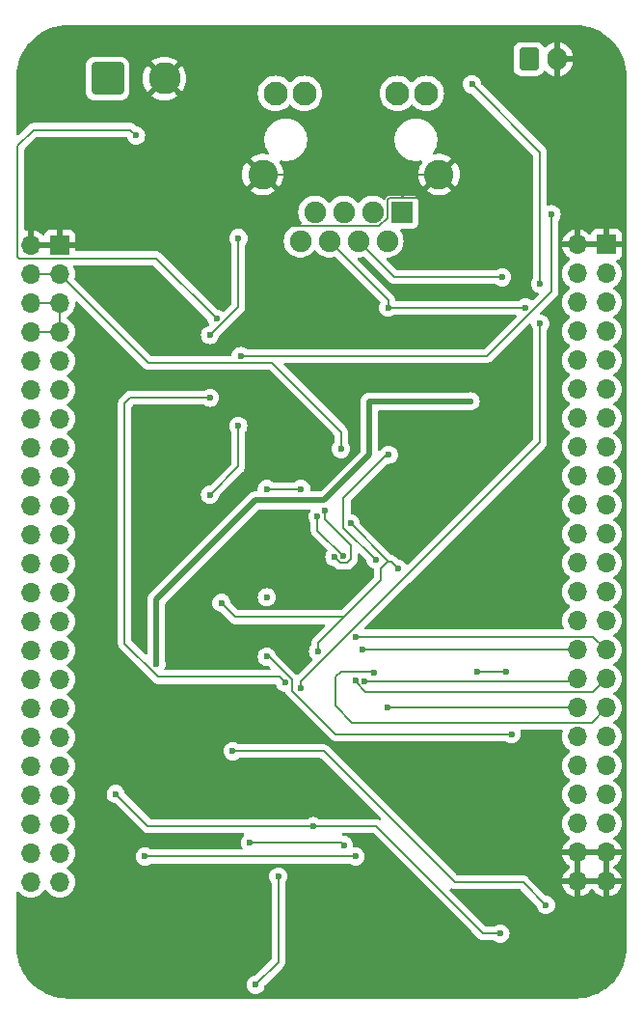
<source format=gbr>
%TF.GenerationSoftware,KiCad,Pcbnew,8.0.8*%
%TF.CreationDate,2025-05-06T17:48:01+03:00*%
%TF.ProjectId,s0-base-board,73302d62-6173-4652-9d62-6f6172642e6b,rev?*%
%TF.SameCoordinates,Original*%
%TF.FileFunction,Copper,L2,Bot*%
%TF.FilePolarity,Positive*%
%FSLAX46Y46*%
G04 Gerber Fmt 4.6, Leading zero omitted, Abs format (unit mm)*
G04 Created by KiCad (PCBNEW 8.0.8) date 2025-05-06 17:48:01*
%MOMM*%
%LPD*%
G01*
G04 APERTURE LIST*
G04 Aperture macros list*
%AMRoundRect*
0 Rectangle with rounded corners*
0 $1 Rounding radius*
0 $2 $3 $4 $5 $6 $7 $8 $9 X,Y pos of 4 corners*
0 Add a 4 corners polygon primitive as box body*
4,1,4,$2,$3,$4,$5,$6,$7,$8,$9,$2,$3,0*
0 Add four circle primitives for the rounded corners*
1,1,$1+$1,$2,$3*
1,1,$1+$1,$4,$5*
1,1,$1+$1,$6,$7*
1,1,$1+$1,$8,$9*
0 Add four rect primitives between the rounded corners*
20,1,$1+$1,$2,$3,$4,$5,0*
20,1,$1+$1,$4,$5,$6,$7,0*
20,1,$1+$1,$6,$7,$8,$9,0*
20,1,$1+$1,$8,$9,$2,$3,0*%
G04 Aperture macros list end*
%TA.AperFunction,ComponentPad*%
%ADD10R,1.700000X1.700000*%
%TD*%
%TA.AperFunction,ComponentPad*%
%ADD11O,1.700000X1.700000*%
%TD*%
%TA.AperFunction,ComponentPad*%
%ADD12RoundRect,0.250000X-0.600000X-0.750000X0.600000X-0.750000X0.600000X0.750000X-0.600000X0.750000X0*%
%TD*%
%TA.AperFunction,ComponentPad*%
%ADD13O,1.700000X2.000000*%
%TD*%
%TA.AperFunction,ComponentPad*%
%ADD14R,1.900000X1.900000*%
%TD*%
%TA.AperFunction,ComponentPad*%
%ADD15C,1.900000*%
%TD*%
%TA.AperFunction,ComponentPad*%
%ADD16C,2.100000*%
%TD*%
%TA.AperFunction,ComponentPad*%
%ADD17C,2.600000*%
%TD*%
%TA.AperFunction,ComponentPad*%
%ADD18RoundRect,0.250001X-1.149999X-1.149999X1.149999X-1.149999X1.149999X1.149999X-1.149999X1.149999X0*%
%TD*%
%TA.AperFunction,ComponentPad*%
%ADD19C,2.800000*%
%TD*%
%TA.AperFunction,ViaPad*%
%ADD20C,0.600000*%
%TD*%
%TA.AperFunction,Conductor*%
%ADD21C,0.200000*%
%TD*%
%TA.AperFunction,Conductor*%
%ADD22C,0.550000*%
%TD*%
G04 APERTURE END LIST*
D10*
%TO.P,J5,1,Pin_1*%
%TO.N,GND*%
X210800000Y-62560000D03*
D11*
%TO.P,J5,2,Pin_2*%
X208260000Y-62560000D03*
%TO.P,J5,3,Pin_3*%
%TO.N,unconnected-(J5-Pin_3-Pad3)*%
X210800000Y-65100000D03*
%TO.P,J5,4,Pin_4*%
%TO.N,unconnected-(J5-Pin_4-Pad4)*%
X208260000Y-65100000D03*
%TO.P,J5,5,Pin_5*%
%TO.N,unconnected-(J5-Pin_5-Pad5)*%
X210800000Y-67640000D03*
%TO.P,J5,6,Pin_6*%
%TO.N,unconnected-(J5-Pin_6-Pad6)*%
X208260000Y-67640000D03*
%TO.P,J5,7,Pin_7*%
%TO.N,unconnected-(J5-Pin_7-Pad7)*%
X210800000Y-70180000D03*
%TO.P,J5,8,Pin_8*%
%TO.N,unconnected-(J5-Pin_8-Pad8)*%
X208260000Y-70180000D03*
%TO.P,J5,9,Pin_9*%
%TO.N,unconnected-(J5-Pin_9-Pad9)*%
X210800000Y-72720000D03*
%TO.P,J5,10,Pin_10*%
%TO.N,unconnected-(J5-Pin_10-Pad10)*%
X208260000Y-72720000D03*
%TO.P,J5,11,Pin_11*%
%TO.N,unconnected-(J5-Pin_11-Pad11)*%
X210800000Y-75260000D03*
%TO.P,J5,12,Pin_12*%
%TO.N,unconnected-(J5-Pin_12-Pad12)*%
X208260000Y-75260000D03*
%TO.P,J5,13,Pin_13*%
%TO.N,unconnected-(J5-Pin_13-Pad13)*%
X210800000Y-77800000D03*
%TO.P,J5,14,Pin_14*%
%TO.N,unconnected-(J5-Pin_14-Pad14)*%
X208260000Y-77800000D03*
%TO.P,J5,15,Pin_15*%
%TO.N,unconnected-(J5-Pin_15-Pad15)*%
X210800000Y-80340000D03*
%TO.P,J5,16,Pin_16*%
%TO.N,unconnected-(J5-Pin_16-Pad16)*%
X208260000Y-80340000D03*
%TO.P,J5,17,Pin_17*%
%TO.N,unconnected-(J5-Pin_17-Pad17)*%
X210800000Y-82880000D03*
%TO.P,J5,18,Pin_18*%
%TO.N,unconnected-(J5-Pin_18-Pad18)*%
X208260000Y-82880000D03*
%TO.P,J5,19,Pin_19*%
%TO.N,unconnected-(J5-Pin_19-Pad19)*%
X210800000Y-85420000D03*
%TO.P,J5,20,Pin_20*%
%TO.N,unconnected-(J5-Pin_20-Pad20)*%
X208260000Y-85420000D03*
%TO.P,J5,21,Pin_21*%
%TO.N,unconnected-(J5-Pin_21-Pad21)*%
X210800000Y-87960000D03*
%TO.P,J5,22,Pin_22*%
%TO.N,unconnected-(J5-Pin_22-Pad22)*%
X208260000Y-87960000D03*
%TO.P,J5,23,Pin_23*%
%TO.N,unconnected-(J5-Pin_23-Pad23)*%
X210800000Y-90500000D03*
%TO.P,J5,24,Pin_24*%
%TO.N,unconnected-(J5-Pin_24-Pad24)*%
X208260000Y-90500000D03*
%TO.P,J5,25,Pin_25*%
%TO.N,unconnected-(J5-Pin_25-Pad25)*%
X210800000Y-93040000D03*
%TO.P,J5,26,Pin_26*%
%TO.N,unconnected-(J5-Pin_26-Pad26)*%
X208260000Y-93040000D03*
%TO.P,J5,27,Pin_27*%
%TO.N,unconnected-(J5-Pin_27-Pad27)*%
X210800000Y-95580000D03*
%TO.P,J5,28,Pin_28*%
%TO.N,unconnected-(J5-Pin_28-Pad28)*%
X208260000Y-95580000D03*
%TO.P,J5,29,Pin_29*%
%TO.N,MISO*%
X210800000Y-98120000D03*
%TO.P,J5,30,Pin_30*%
%TO.N,MOSI*%
X208260000Y-98120000D03*
%TO.P,J5,31,Pin_31*%
%TO.N,SCLK*%
X210800000Y-100660000D03*
%TO.P,J5,32,Pin_32*%
%TO.N,CS*%
X208260000Y-100660000D03*
%TO.P,J5,33,Pin_33*%
%TO.N,INT*%
X210800000Y-103200000D03*
%TO.P,J5,34,Pin_34*%
%TO.N,RST*%
X208260000Y-103200000D03*
%TO.P,J5,35,Pin_35*%
%TO.N,unconnected-(J5-Pin_35-Pad35)*%
X210800000Y-105740000D03*
%TO.P,J5,36,Pin_36*%
%TO.N,unconnected-(J5-Pin_36-Pad36)*%
X208260000Y-105740000D03*
%TO.P,J5,37,Pin_37*%
%TO.N,unconnected-(J5-Pin_37-Pad37)*%
X210800000Y-108280000D03*
%TO.P,J5,38,Pin_38*%
%TO.N,unconnected-(J5-Pin_38-Pad38)*%
X208260000Y-108280000D03*
%TO.P,J5,39,Pin_39*%
%TO.N,unconnected-(J5-Pin_39-Pad39)*%
X210800000Y-110820000D03*
%TO.P,J5,40,Pin_40*%
%TO.N,unconnected-(J5-Pin_40-Pad40)*%
X208260000Y-110820000D03*
%TO.P,J5,41,Pin_41*%
%TO.N,unconnected-(J5-Pin_41-Pad41)*%
X210800000Y-113360000D03*
%TO.P,J5,42,Pin_42*%
%TO.N,unconnected-(J5-Pin_42-Pad42)*%
X208260000Y-113360000D03*
%TO.P,J5,43,Pin_43*%
%TO.N,GND*%
X210800000Y-115900000D03*
%TO.P,J5,44,Pin_44*%
X208260000Y-115900000D03*
%TO.P,J5,45,Pin_45*%
X210800000Y-118440000D03*
%TO.P,J5,46,Pin_46*%
X208260000Y-118440000D03*
%TD*%
D12*
%TO.P,J3,1,Pin_1*%
%TO.N,VBAT*%
X204000000Y-46300000D03*
D13*
%TO.P,J3,2,Pin_2*%
%TO.N,GND*%
X206500000Y-46300000D03*
%TD*%
D10*
%TO.P,J6,1,Pin_1*%
%TO.N,GND*%
X162800000Y-62610000D03*
D11*
%TO.P,J6,2,Pin_2*%
X160260000Y-62610000D03*
%TO.P,J6,3,Pin_3*%
%TO.N,+3V3*%
X162800000Y-65150000D03*
%TO.P,J6,4,Pin_4*%
X160260000Y-65150000D03*
%TO.P,J6,5,Pin_5*%
%TO.N,+5V*%
X162800000Y-67690000D03*
%TO.P,J6,6,Pin_6*%
X160260000Y-67690000D03*
%TO.P,J6,7,Pin_7*%
X162800000Y-70230000D03*
%TO.P,J6,8,Pin_8*%
X160260000Y-70230000D03*
%TO.P,J6,9,Pin_9*%
%TO.N,unconnected-(J6-Pin_9-Pad9)*%
X162800000Y-72770000D03*
%TO.P,J6,10,Pin_10*%
%TO.N,unconnected-(J6-Pin_10-Pad10)*%
X160260000Y-72770000D03*
%TO.P,J6,11,Pin_11*%
%TO.N,unconnected-(J6-Pin_11-Pad11)*%
X162800000Y-75310000D03*
%TO.P,J6,12,Pin_12*%
%TO.N,unconnected-(J6-Pin_12-Pad12)*%
X160260000Y-75310000D03*
%TO.P,J6,13,Pin_13*%
%TO.N,unconnected-(J6-Pin_13-Pad13)*%
X162800000Y-77850000D03*
%TO.P,J6,14,Pin_14*%
%TO.N,unconnected-(J6-Pin_14-Pad14)*%
X160260000Y-77850000D03*
%TO.P,J6,15,Pin_15*%
%TO.N,unconnected-(J6-Pin_15-Pad15)*%
X162800000Y-80390000D03*
%TO.P,J6,16,Pin_16*%
%TO.N,unconnected-(J6-Pin_16-Pad16)*%
X160260000Y-80390000D03*
%TO.P,J6,17,Pin_17*%
%TO.N,unconnected-(J6-Pin_17-Pad17)*%
X162800000Y-82930000D03*
%TO.P,J6,18,Pin_18*%
%TO.N,unconnected-(J6-Pin_18-Pad18)*%
X160260000Y-82930000D03*
%TO.P,J6,19,Pin_19*%
%TO.N,unconnected-(J6-Pin_19-Pad19)*%
X162800000Y-85470000D03*
%TO.P,J6,20,Pin_20*%
%TO.N,unconnected-(J6-Pin_20-Pad20)*%
X160260000Y-85470000D03*
%TO.P,J6,21,Pin_21*%
%TO.N,unconnected-(J6-Pin_21-Pad21)*%
X162800000Y-88010000D03*
%TO.P,J6,22,Pin_22*%
%TO.N,unconnected-(J6-Pin_22-Pad22)*%
X160260000Y-88010000D03*
%TO.P,J6,23,Pin_23*%
%TO.N,unconnected-(J6-Pin_23-Pad23)*%
X162800000Y-90550000D03*
%TO.P,J6,24,Pin_24*%
%TO.N,unconnected-(J6-Pin_24-Pad24)*%
X160260000Y-90550000D03*
%TO.P,J6,25,Pin_25*%
%TO.N,unconnected-(J6-Pin_25-Pad25)*%
X162800000Y-93090000D03*
%TO.P,J6,26,Pin_26*%
%TO.N,unconnected-(J6-Pin_26-Pad26)*%
X160260000Y-93090000D03*
%TO.P,J6,27,Pin_27*%
%TO.N,unconnected-(J6-Pin_27-Pad27)*%
X162800000Y-95630000D03*
%TO.P,J6,28,Pin_28*%
%TO.N,unconnected-(J6-Pin_28-Pad28)*%
X160260000Y-95630000D03*
%TO.P,J6,29,Pin_29*%
%TO.N,unconnected-(J6-Pin_29-Pad29)*%
X162800000Y-98170000D03*
%TO.P,J6,30,Pin_30*%
%TO.N,unconnected-(J6-Pin_30-Pad30)*%
X160260000Y-98170000D03*
%TO.P,J6,31,Pin_31*%
%TO.N,unconnected-(J6-Pin_31-Pad31)*%
X162800000Y-100710000D03*
%TO.P,J6,32,Pin_32*%
%TO.N,unconnected-(J6-Pin_32-Pad32)*%
X160260000Y-100710000D03*
%TO.P,J6,33,Pin_33*%
%TO.N,unconnected-(J6-Pin_33-Pad33)*%
X162800000Y-103250000D03*
%TO.P,J6,34,Pin_34*%
%TO.N,unconnected-(J6-Pin_34-Pad34)*%
X160260000Y-103250000D03*
%TO.P,J6,35,Pin_35*%
%TO.N,unconnected-(J6-Pin_35-Pad35)*%
X162800000Y-105790000D03*
%TO.P,J6,36,Pin_36*%
%TO.N,unconnected-(J6-Pin_36-Pad36)*%
X160260000Y-105790000D03*
%TO.P,J6,37,Pin_37*%
%TO.N,unconnected-(J6-Pin_37-Pad37)*%
X162800000Y-108330000D03*
%TO.P,J6,38,Pin_38*%
%TO.N,unconnected-(J6-Pin_38-Pad38)*%
X160260000Y-108330000D03*
%TO.P,J6,39,Pin_39*%
%TO.N,unconnected-(J6-Pin_39-Pad39)*%
X162800000Y-110870000D03*
%TO.P,J6,40,Pin_40*%
%TO.N,unconnected-(J6-Pin_40-Pad40)*%
X160260000Y-110870000D03*
%TO.P,J6,41,Pin_41*%
%TO.N,unconnected-(J6-Pin_41-Pad41)*%
X162800000Y-113410000D03*
%TO.P,J6,42,Pin_42*%
%TO.N,unconnected-(J6-Pin_42-Pad42)*%
X160260000Y-113410000D03*
%TO.P,J6,43,Pin_43*%
%TO.N,unconnected-(J6-Pin_43-Pad43)*%
X162800000Y-115950000D03*
%TO.P,J6,44,Pin_44*%
%TO.N,unconnected-(J6-Pin_44-Pad44)*%
X160260000Y-115950000D03*
%TO.P,J6,45,Pin_45*%
%TO.N,unconnected-(J6-Pin_45-Pad45)*%
X162800000Y-118490000D03*
%TO.P,J6,46,Pin_46*%
%TO.N,unconnected-(J6-Pin_46-Pad46)*%
X160260000Y-118490000D03*
%TD*%
D14*
%TO.P,J4,1,TD+*%
%TO.N,Net-(J4-TD+)*%
X192820000Y-59710000D03*
D15*
%TO.P,J4,2,TCT*%
%TO.N,Net-(J4-TCT)*%
X191550000Y-62250000D03*
%TO.P,J4,3,TD-*%
%TO.N,Net-(J4-TD-)*%
X190280000Y-59710000D03*
%TO.P,J4,4,RD+*%
%TO.N,Net-(J4-RD+)*%
X189010000Y-62250000D03*
%TO.P,J4,5,RCT*%
%TO.N,Net-(J4-RCT)*%
X187740000Y-59710000D03*
%TO.P,J4,6,RD-*%
%TO.N,Net-(J4-RD-)*%
X186470000Y-62250000D03*
%TO.P,J4,7,NC*%
%TO.N,unconnected-(J4-NC-Pad7)*%
X185200000Y-59710000D03*
%TO.P,J4,8*%
%TO.N,unconnected-(J4-Pad8)*%
X183930000Y-62250000D03*
D16*
%TO.P,J4,L1*%
%TO.N,VCCD*%
X195000000Y-49300000D03*
%TO.P,J4,L2*%
%TO.N,Net-(J4-PadL2)*%
X192460000Y-49300000D03*
%TO.P,J4,L3*%
%TO.N,VCCD*%
X184290000Y-49300000D03*
%TO.P,J4,L4*%
%TO.N,Net-(J4-PadL4)*%
X181750000Y-49300000D03*
D17*
%TO.P,J4,SH*%
%TO.N,GND*%
X196120000Y-56410000D03*
X180630000Y-56410000D03*
%TD*%
D18*
%TO.P,J2,1,Pin_1*%
%TO.N,Net-(D5-A)*%
X167000000Y-48000000D03*
D19*
%TO.P,J2,2,Pin_2*%
%TO.N,GND*%
X172000000Y-48000000D03*
%TD*%
D20*
%TO.N,GND*%
X202800000Y-62500000D03*
X176500000Y-98500000D03*
X202000000Y-81000000D03*
X173500000Y-96500000D03*
X195300000Y-64152000D03*
X174500000Y-83000000D03*
X180032000Y-60961800D03*
X196675000Y-115384000D03*
X170000000Y-80500000D03*
X194000000Y-86500000D03*
X199611000Y-62560000D03*
%TO.N,+5V*%
X205500000Y-120500000D03*
X178479999Y-78479999D03*
X206000000Y-59900000D03*
X178681000Y-72335300D03*
X176000000Y-84500000D03*
X178000000Y-107000000D03*
%TO.N,VBAT*%
X198890000Y-76316700D03*
X171290000Y-99340000D03*
%TO.N,Net-(D3-K)*%
X201500000Y-123000000D03*
X167717000Y-110758000D03*
X185100000Y-113580000D03*
%TO.N,+3V3*%
X187500000Y-80500000D03*
X192500000Y-91000000D03*
X180000000Y-127500000D03*
X177000000Y-94000000D03*
X188332000Y-87025100D03*
X182000000Y-118000000D03*
X185477000Y-98247400D03*
%TO.N,Net-(J4-RD+)*%
X201650000Y-65431500D03*
%TO.N,Net-(J4-RD-)*%
X191650000Y-68095200D03*
X203724000Y-68095200D03*
%TO.N,Net-(D4-K)*%
X170288000Y-116245000D03*
X188780000Y-116245000D03*
%TO.N,VCCD*%
X181000000Y-93500000D03*
X181000000Y-84000000D03*
X184000000Y-84000000D03*
%TO.N,Net-(D5-K)*%
X169500000Y-53000000D03*
X176575736Y-69075736D03*
%TO.N,MISO*%
X188775000Y-96947500D03*
%TO.N,MOSI*%
X189385000Y-98089600D03*
%TO.N,INT*%
X190446000Y-100160000D03*
%TO.N,CS*%
X189595000Y-100877000D03*
%TO.N,SCLK*%
X188763000Y-100806000D03*
%TO.N,RST*%
X191570000Y-103200000D03*
%TO.N,RXP*%
X186060000Y-85901200D03*
X186916795Y-89978542D03*
%TO.N,RXN*%
X185448000Y-86434500D03*
X187713000Y-89900700D03*
%TO.N,TXN*%
X190537000Y-90194900D03*
X191700000Y-81000000D03*
%TO.N,LINKLED*%
X176000000Y-76000000D03*
X176000000Y-70500000D03*
X182600000Y-101000000D03*
X178500000Y-62000000D03*
%TO.N,ACTLED*%
X199000000Y-48500000D03*
X205000000Y-69500000D03*
X184000000Y-101500000D03*
X205000000Y-66000000D03*
%TO.N,Net-(RN2-Pad7)*%
X202000000Y-100000000D03*
X202500000Y-105500000D03*
X181000000Y-98717590D03*
X199500000Y-100000000D03*
%TO.N,Net-(U3-VIN)*%
X187750000Y-115250000D03*
X179500000Y-115000000D03*
%TD*%
D21*
%TO.N,GND*%
X180630000Y-56410000D02*
X186500000Y-56410000D01*
X192500000Y-56410000D02*
X196120000Y-56410000D01*
X199611000Y-62560000D02*
X202740000Y-62560000D01*
X190871000Y-60961800D02*
X180032000Y-60961800D01*
X170000000Y-80500000D02*
X172000000Y-80500000D01*
X196892000Y-62560000D02*
X195300000Y-64152000D01*
X173500000Y-96500000D02*
X175500000Y-98500000D01*
X194000000Y-86500000D02*
X199500000Y-81000000D01*
X171050000Y-60961800D02*
X165600000Y-60961800D01*
X191568000Y-60264200D02*
X190871000Y-60961800D01*
X199611000Y-62560000D02*
X195509000Y-58458300D01*
X165600000Y-60961800D02*
X163952000Y-62610000D01*
X197191000Y-115900000D02*
X196675000Y-115384000D01*
X208260000Y-118440000D02*
X210800000Y-118440000D01*
X199611000Y-62560000D02*
X196892000Y-62560000D01*
X172000000Y-80500000D02*
X174500000Y-83000000D01*
X191745000Y-58458300D02*
X191568000Y-58635000D01*
X180032000Y-60961800D02*
X171050000Y-60961800D01*
X186500000Y-56410000D02*
X190000000Y-56410000D01*
X163952000Y-62610000D02*
X162800000Y-62610000D01*
X208260000Y-115900000D02*
X197191000Y-115900000D01*
X162800000Y-62610000D02*
X160260000Y-62610000D01*
X191568000Y-58635000D02*
X191568000Y-60264200D01*
X202740000Y-62560000D02*
X202800000Y-62500000D01*
X192500000Y-57958300D02*
X193000000Y-58458300D01*
X199500000Y-81000000D02*
X202000000Y-81000000D01*
X192500000Y-56410000D02*
X192500000Y-57958300D01*
X195509000Y-58458300D02*
X193000000Y-58458300D01*
X190000000Y-56410000D02*
X192500000Y-56410000D01*
X175500000Y-98500000D02*
X176500000Y-98500000D01*
X193000000Y-58458300D02*
X191745000Y-58458300D01*
%TO.N,+5V*%
X178479999Y-78479999D02*
X178479999Y-82020001D01*
X178000000Y-107000000D02*
X186000000Y-107000000D01*
X160260000Y-67690000D02*
X162800000Y-67690000D01*
X206000000Y-66667729D02*
X200332429Y-72335300D01*
X206000000Y-59900000D02*
X206000000Y-66667729D01*
X186000000Y-107000000D02*
X197500000Y-118500000D01*
X197500000Y-118500000D02*
X203500000Y-118500000D01*
X178479999Y-82020001D02*
X176000000Y-84500000D01*
X203500000Y-118500000D02*
X205500000Y-120500000D01*
X160260000Y-70230000D02*
X162800000Y-70230000D01*
X162800000Y-70230000D02*
X162800000Y-67690000D01*
X200332429Y-72335300D02*
X178681000Y-72335300D01*
D22*
%TO.N,VBAT*%
X171290000Y-93710000D02*
X171290000Y-99340000D01*
X198890000Y-76316700D02*
X190000000Y-76316700D01*
X190000000Y-81000000D02*
X186000000Y-85000000D01*
X190000000Y-76316700D02*
X190000000Y-81000000D01*
X180000000Y-85000000D02*
X171290000Y-93710000D01*
X186000000Y-85000000D02*
X180000000Y-85000000D01*
D21*
%TO.N,Net-(D3-K)*%
X170539000Y-113580000D02*
X185100000Y-113580000D01*
X190580000Y-113580000D02*
X199500000Y-122500000D01*
X167717000Y-110758000D02*
X170539000Y-113580000D01*
X200000000Y-123000000D02*
X201500000Y-123000000D01*
X185100000Y-113580000D02*
X190580000Y-113580000D01*
X199500000Y-122500000D02*
X200000000Y-123000000D01*
%TO.N,+3V3*%
X187750000Y-95250000D02*
X185477000Y-97523000D01*
X192500000Y-91000000D02*
X191922500Y-90422500D01*
X191000000Y-92000000D02*
X187750000Y-95250000D01*
X191577500Y-90422500D02*
X191000000Y-91000000D01*
X181435300Y-72935300D02*
X170585300Y-72935300D01*
X191000000Y-91000000D02*
X191000000Y-92000000D01*
X191608000Y-90422500D02*
X191577500Y-90422500D01*
X185477000Y-97523000D02*
X185477000Y-98247400D01*
X160260000Y-65150000D02*
X162800000Y-65150000D01*
X191608000Y-90300400D02*
X188332000Y-87025100D01*
X187500000Y-80500000D02*
X187500000Y-79000000D01*
X187500000Y-79000000D02*
X181435300Y-72935300D01*
X191922500Y-90422500D02*
X191608000Y-90422500D01*
X187750000Y-95250000D02*
X178250000Y-95250000D01*
X178250000Y-95250000D02*
X177000000Y-94000000D01*
X170585300Y-72935300D02*
X162800000Y-65150000D01*
X182000000Y-118000000D02*
X182000000Y-125500000D01*
X182000000Y-125500000D02*
X180000000Y-127500000D01*
X191608000Y-90422500D02*
X191608000Y-90300400D01*
%TO.N,Net-(J4-RD+)*%
X192192000Y-65431500D02*
X201650000Y-65431500D01*
X189010000Y-62250000D02*
X192192000Y-65431500D01*
%TO.N,Net-(J4-RD-)*%
X203724000Y-68095200D02*
X191650000Y-68095200D01*
X191650000Y-67430000D02*
X186470000Y-62250000D01*
X191650000Y-68095200D02*
X191650000Y-67430000D01*
%TO.N,Net-(D4-K)*%
X188780000Y-116245000D02*
X170288000Y-116245000D01*
%TO.N,VCCD*%
X184000000Y-84000000D02*
X181000000Y-84000000D01*
%TO.N,Net-(D5-K)*%
X176575736Y-69075736D02*
X171260000Y-63760000D01*
X169000000Y-52500000D02*
X169500000Y-53000000D01*
X159110000Y-63390000D02*
X159110000Y-53890000D01*
X160500000Y-52500000D02*
X169000000Y-52500000D01*
X171260000Y-63760000D02*
X159260000Y-63760000D01*
X159110000Y-53890000D02*
X160500000Y-52500000D01*
X159100000Y-63600000D02*
X159100000Y-63400000D01*
X159260000Y-63760000D02*
X159100000Y-63600000D01*
X159100000Y-63400000D02*
X159110000Y-63390000D01*
%TO.N,MISO*%
X209627500Y-96947500D02*
X210800000Y-98120000D01*
X188775000Y-96947500D02*
X209627500Y-96947500D01*
%TO.N,MOSI*%
X189385000Y-98089600D02*
X189295400Y-98000000D01*
X189385000Y-98089600D02*
X189415400Y-98120000D01*
X189415400Y-98120000D02*
X208260000Y-98120000D01*
%TO.N,INT*%
X187500000Y-100000000D02*
X187000000Y-100500000D01*
X187000000Y-100500000D02*
X187000000Y-103000000D01*
X188500000Y-104500000D02*
X209500000Y-104500000D01*
X190286000Y-100000000D02*
X187500000Y-100000000D01*
X187000000Y-103000000D02*
X188500000Y-104500000D01*
X190446000Y-100160000D02*
X190286000Y-100000000D01*
X209500000Y-104500000D02*
X210800000Y-103200000D01*
%TO.N,CS*%
X189595000Y-100877000D02*
X208043000Y-100877000D01*
X208043000Y-100877000D02*
X208260000Y-100660000D01*
%TO.N,SCLK*%
X188763000Y-100806000D02*
X188763000Y-100893529D01*
X189679471Y-101810000D02*
X209650000Y-101810000D01*
X188763000Y-100895000D02*
X188763000Y-100806000D01*
X209650000Y-101810000D02*
X210800000Y-100660000D01*
X188763000Y-100893529D02*
X189679471Y-101810000D01*
X188763000Y-100806000D02*
X188694000Y-100806000D01*
%TO.N,RST*%
X191570000Y-103200000D02*
X208260000Y-103200000D01*
%TO.N,RXP*%
X188348000Y-90153000D02*
X188348000Y-88932300D01*
X187999000Y-90502500D02*
X188348000Y-90153000D01*
X187440753Y-90502500D02*
X187999000Y-90502500D01*
X186060000Y-86643500D02*
X186060000Y-85901200D01*
X188348000Y-88932300D02*
X186060000Y-86643500D01*
X186916795Y-89978542D02*
X187440753Y-90502500D01*
%TO.N,RXN*%
X187713000Y-89900700D02*
X185448000Y-87635400D01*
X185448000Y-87635400D02*
X185448000Y-86434500D01*
%TO.N,TXN*%
X187731000Y-84769000D02*
X187731000Y-87388700D01*
X187731000Y-87388700D02*
X190537000Y-90194900D01*
X191500000Y-81000000D02*
X187731000Y-84769000D01*
X191700000Y-81000000D02*
X191500000Y-81000000D01*
%TO.N,LINKLED*%
X168500000Y-97539950D02*
X171460050Y-100500000D01*
X171460050Y-100500000D02*
X182100000Y-100500000D01*
X182100000Y-100500000D02*
X182600000Y-101000000D01*
X168500000Y-76500000D02*
X168500000Y-97539950D01*
X178500000Y-68000000D02*
X178500000Y-62000000D01*
X176000000Y-70500000D02*
X178500000Y-68000000D01*
X176000000Y-76000000D02*
X169000000Y-76000000D01*
X169000000Y-76000000D02*
X168500000Y-76500000D01*
%TO.N,ACTLED*%
X205000000Y-66000000D02*
X205000000Y-54500000D01*
X184000000Y-101500000D02*
X184000000Y-100873971D01*
X184000000Y-100873971D02*
X205000000Y-79873971D01*
X205000000Y-54500000D02*
X199000000Y-48500000D01*
X205000000Y-79873971D02*
X205000000Y-69500000D01*
%TO.N,Net-(J4-PadL4)*%
X181750000Y-49300000D02*
X181750000Y-49656928D01*
%TO.N,Net-(RN2-Pad7)*%
X183200000Y-100751471D02*
X183200000Y-101700000D01*
X202000000Y-100000000D02*
X199500000Y-100000000D01*
X187000000Y-105500000D02*
X202500000Y-105500000D01*
X183200000Y-101700000D02*
X187000000Y-105500000D01*
X181000000Y-98717590D02*
X181166119Y-98717590D01*
X181166119Y-98717590D02*
X183200000Y-100751471D01*
%TO.N,Net-(U3-VIN)*%
X179500000Y-115000000D02*
X187500000Y-115000000D01*
X187500000Y-115000000D02*
X187750000Y-115250000D01*
%TD*%
%TA.AperFunction,Conductor*%
%TO.N,GND*%
G36*
X208102702Y-43320617D02*
G01*
X208486771Y-43337386D01*
X208497506Y-43338326D01*
X208875971Y-43388152D01*
X208886597Y-43390025D01*
X209259284Y-43472648D01*
X209269710Y-43475442D01*
X209633765Y-43590227D01*
X209643911Y-43593920D01*
X209996578Y-43740000D01*
X210006369Y-43744566D01*
X210344942Y-43920816D01*
X210354310Y-43926224D01*
X210676244Y-44131318D01*
X210685105Y-44137523D01*
X210987930Y-44369889D01*
X210996217Y-44376843D01*
X211277635Y-44634715D01*
X211285284Y-44642364D01*
X211543156Y-44923782D01*
X211550110Y-44932069D01*
X211782476Y-45234894D01*
X211788681Y-45243755D01*
X211993775Y-45565689D01*
X211999183Y-45575057D01*
X212175430Y-45913623D01*
X212180002Y-45923427D01*
X212326075Y-46276078D01*
X212329775Y-46286244D01*
X212444554Y-46650278D01*
X212447354Y-46660727D01*
X212529971Y-47033389D01*
X212531849Y-47044042D01*
X212581671Y-47422473D01*
X212582614Y-47433249D01*
X212599382Y-47817297D01*
X212599500Y-47822706D01*
X212599500Y-124197293D01*
X212599382Y-124202702D01*
X212582614Y-124586750D01*
X212581671Y-124597526D01*
X212531849Y-124975957D01*
X212529971Y-124986610D01*
X212447354Y-125359272D01*
X212444554Y-125369721D01*
X212329775Y-125733755D01*
X212326075Y-125743921D01*
X212180002Y-126096572D01*
X212175430Y-126106376D01*
X211999183Y-126444942D01*
X211993775Y-126454310D01*
X211788681Y-126776244D01*
X211782476Y-126785105D01*
X211550110Y-127087930D01*
X211543156Y-127096217D01*
X211285284Y-127377635D01*
X211277635Y-127385284D01*
X210996217Y-127643156D01*
X210987930Y-127650110D01*
X210685105Y-127882476D01*
X210676244Y-127888681D01*
X210354310Y-128093775D01*
X210344942Y-128099183D01*
X210006376Y-128275430D01*
X209996572Y-128280002D01*
X209643921Y-128426075D01*
X209633755Y-128429775D01*
X209269721Y-128544554D01*
X209259272Y-128547354D01*
X208886610Y-128629971D01*
X208875957Y-128631849D01*
X208497526Y-128681671D01*
X208486750Y-128682614D01*
X208102703Y-128699382D01*
X208097294Y-128699500D01*
X163502706Y-128699500D01*
X163497297Y-128699382D01*
X163113249Y-128682614D01*
X163102473Y-128681671D01*
X162724042Y-128631849D01*
X162713389Y-128629971D01*
X162340727Y-128547354D01*
X162330278Y-128544554D01*
X161966244Y-128429775D01*
X161956078Y-128426075D01*
X161603427Y-128280002D01*
X161593623Y-128275430D01*
X161255057Y-128099183D01*
X161245689Y-128093775D01*
X160923755Y-127888681D01*
X160914894Y-127882476D01*
X160612069Y-127650110D01*
X160603782Y-127643156D01*
X160447550Y-127499996D01*
X179194435Y-127499996D01*
X179194435Y-127500003D01*
X179214630Y-127679249D01*
X179214631Y-127679254D01*
X179274211Y-127849523D01*
X179294917Y-127882476D01*
X179370184Y-128002262D01*
X179497738Y-128129816D01*
X179650478Y-128225789D01*
X179792344Y-128275430D01*
X179820745Y-128285368D01*
X179820750Y-128285369D01*
X179999996Y-128305565D01*
X180000000Y-128305565D01*
X180000004Y-128305565D01*
X180179249Y-128285369D01*
X180179252Y-128285368D01*
X180179255Y-128285368D01*
X180349522Y-128225789D01*
X180502262Y-128129816D01*
X180629816Y-128002262D01*
X180725789Y-127849522D01*
X180785368Y-127679255D01*
X180795161Y-127592329D01*
X180822226Y-127527918D01*
X180830690Y-127518543D01*
X182358506Y-125990728D01*
X182358511Y-125990724D01*
X182368714Y-125980520D01*
X182368716Y-125980520D01*
X182480520Y-125868716D01*
X182537032Y-125770834D01*
X182559577Y-125731785D01*
X182600500Y-125579057D01*
X182600500Y-125420943D01*
X182600500Y-118582412D01*
X182620185Y-118515373D01*
X182627555Y-118505097D01*
X182629810Y-118502267D01*
X182629816Y-118502262D01*
X182725789Y-118349522D01*
X182785368Y-118179255D01*
X182785369Y-118179249D01*
X182805565Y-118000003D01*
X182805565Y-117999996D01*
X182785369Y-117820750D01*
X182785368Y-117820745D01*
X182725788Y-117650476D01*
X182629815Y-117497737D01*
X182502262Y-117370184D01*
X182349523Y-117274211D01*
X182179254Y-117214631D01*
X182179249Y-117214630D01*
X182000004Y-117194435D01*
X181999996Y-117194435D01*
X181820750Y-117214630D01*
X181820745Y-117214631D01*
X181650476Y-117274211D01*
X181497737Y-117370184D01*
X181370184Y-117497737D01*
X181274211Y-117650476D01*
X181214631Y-117820745D01*
X181214630Y-117820750D01*
X181194435Y-117999996D01*
X181194435Y-118000003D01*
X181214630Y-118179249D01*
X181214631Y-118179254D01*
X181274211Y-118349523D01*
X181334515Y-118445496D01*
X181362479Y-118490000D01*
X181370185Y-118502263D01*
X181372445Y-118505097D01*
X181373334Y-118507275D01*
X181373889Y-118508158D01*
X181373734Y-118508255D01*
X181398855Y-118569783D01*
X181399500Y-118582412D01*
X181399500Y-125199902D01*
X181379815Y-125266941D01*
X181363181Y-125287583D01*
X179981465Y-126669298D01*
X179920142Y-126702783D01*
X179907668Y-126704837D01*
X179820750Y-126714630D01*
X179650478Y-126774210D01*
X179497737Y-126870184D01*
X179370184Y-126997737D01*
X179274211Y-127150476D01*
X179214631Y-127320745D01*
X179214630Y-127320750D01*
X179194435Y-127499996D01*
X160447550Y-127499996D01*
X160322364Y-127385284D01*
X160314715Y-127377635D01*
X160056843Y-127096217D01*
X160049889Y-127087930D01*
X159817523Y-126785105D01*
X159811318Y-126776244D01*
X159606224Y-126454310D01*
X159600816Y-126444942D01*
X159424569Y-126106376D01*
X159419997Y-126096572D01*
X159376157Y-125990732D01*
X159273920Y-125743911D01*
X159270224Y-125733755D01*
X159155442Y-125369710D01*
X159152648Y-125359284D01*
X159070025Y-124986597D01*
X159068152Y-124975971D01*
X159018326Y-124597506D01*
X159017386Y-124586771D01*
X159000618Y-124202702D01*
X159000500Y-124197293D01*
X159000500Y-119438704D01*
X159020185Y-119371665D01*
X159072989Y-119325910D01*
X159142147Y-119315966D01*
X159205703Y-119344991D01*
X159219490Y-119358999D01*
X159221501Y-119361396D01*
X159221505Y-119361401D01*
X159388599Y-119528495D01*
X159485384Y-119596265D01*
X159582165Y-119664032D01*
X159582167Y-119664033D01*
X159582170Y-119664035D01*
X159796337Y-119763903D01*
X159796343Y-119763904D01*
X159796344Y-119763905D01*
X159834804Y-119774210D01*
X160024592Y-119825063D01*
X160212918Y-119841539D01*
X160259999Y-119845659D01*
X160260000Y-119845659D01*
X160260001Y-119845659D01*
X160299234Y-119842226D01*
X160495408Y-119825063D01*
X160723663Y-119763903D01*
X160937830Y-119664035D01*
X161131401Y-119528495D01*
X161298495Y-119361401D01*
X161428425Y-119175842D01*
X161483002Y-119132217D01*
X161552500Y-119125023D01*
X161614855Y-119156546D01*
X161631575Y-119175842D01*
X161761500Y-119361395D01*
X161761505Y-119361401D01*
X161928599Y-119528495D01*
X162025384Y-119596265D01*
X162122165Y-119664032D01*
X162122167Y-119664033D01*
X162122170Y-119664035D01*
X162336337Y-119763903D01*
X162336343Y-119763904D01*
X162336344Y-119763905D01*
X162374804Y-119774210D01*
X162564592Y-119825063D01*
X162752918Y-119841539D01*
X162799999Y-119845659D01*
X162800000Y-119845659D01*
X162800001Y-119845659D01*
X162839234Y-119842226D01*
X163035408Y-119825063D01*
X163263663Y-119763903D01*
X163477830Y-119664035D01*
X163671401Y-119528495D01*
X163838495Y-119361401D01*
X163974035Y-119167830D01*
X164073903Y-118953663D01*
X164135063Y-118725408D01*
X164155659Y-118490000D01*
X164135063Y-118254592D01*
X164088626Y-118081285D01*
X164073905Y-118026344D01*
X164073904Y-118026343D01*
X164073903Y-118026337D01*
X163974035Y-117812171D01*
X163968425Y-117804158D01*
X163838494Y-117618597D01*
X163671402Y-117451506D01*
X163671396Y-117451501D01*
X163485842Y-117321575D01*
X163442217Y-117266998D01*
X163435023Y-117197500D01*
X163466546Y-117135145D01*
X163485842Y-117118425D01*
X163582756Y-117050565D01*
X163671401Y-116988495D01*
X163838495Y-116821401D01*
X163974035Y-116627830D01*
X164073903Y-116413663D01*
X164135063Y-116185408D01*
X164155659Y-115950000D01*
X164135063Y-115714592D01*
X164083396Y-115521764D01*
X164073905Y-115486344D01*
X164073904Y-115486343D01*
X164073903Y-115486337D01*
X163974035Y-115272171D01*
X163968425Y-115264158D01*
X163838494Y-115078597D01*
X163671402Y-114911506D01*
X163671396Y-114911501D01*
X163485842Y-114781575D01*
X163442217Y-114726998D01*
X163435023Y-114657500D01*
X163466546Y-114595145D01*
X163485842Y-114578425D01*
X163549237Y-114534035D01*
X163671401Y-114448495D01*
X163838495Y-114281401D01*
X163974035Y-114087830D01*
X164073903Y-113873663D01*
X164135063Y-113645408D01*
X164155659Y-113410000D01*
X164135063Y-113174592D01*
X164073903Y-112946337D01*
X163974035Y-112732171D01*
X163968425Y-112724158D01*
X163838494Y-112538597D01*
X163671402Y-112371506D01*
X163671396Y-112371501D01*
X163485842Y-112241575D01*
X163442217Y-112186998D01*
X163435023Y-112117500D01*
X163466546Y-112055145D01*
X163485842Y-112038425D01*
X163557249Y-111988425D01*
X163671401Y-111908495D01*
X163838495Y-111741401D01*
X163974035Y-111547830D01*
X164073903Y-111333663D01*
X164135063Y-111105408D01*
X164155659Y-110870000D01*
X164145860Y-110757996D01*
X166911435Y-110757996D01*
X166911435Y-110758003D01*
X166931630Y-110937249D01*
X166931631Y-110937254D01*
X166991211Y-111107523D01*
X167087184Y-111260262D01*
X167214738Y-111387816D01*
X167367478Y-111483789D01*
X167537745Y-111543368D01*
X167624669Y-111553161D01*
X167689080Y-111580226D01*
X167698464Y-111588699D01*
X170170284Y-114060520D01*
X170170286Y-114060521D01*
X170170290Y-114060524D01*
X170231464Y-114095842D01*
X170307216Y-114139577D01*
X170459943Y-114180501D01*
X170459945Y-114180501D01*
X170625654Y-114180501D01*
X170625670Y-114180500D01*
X178888060Y-114180500D01*
X178955099Y-114200185D01*
X179000854Y-114252989D01*
X179010798Y-114322147D01*
X178981773Y-114385703D01*
X178975741Y-114392181D01*
X178870184Y-114497737D01*
X178774211Y-114650476D01*
X178714631Y-114820745D01*
X178714630Y-114820750D01*
X178694435Y-114999996D01*
X178694435Y-115000003D01*
X178714630Y-115179249D01*
X178714631Y-115179254D01*
X178762123Y-115314977D01*
X178774211Y-115349522D01*
X178837391Y-115450073D01*
X178840191Y-115454528D01*
X178859191Y-115521764D01*
X178838824Y-115588600D01*
X178785556Y-115633814D01*
X178735197Y-115644500D01*
X170870412Y-115644500D01*
X170803373Y-115624815D01*
X170793097Y-115617445D01*
X170790263Y-115615185D01*
X170790262Y-115615184D01*
X170733496Y-115579515D01*
X170637523Y-115519211D01*
X170467254Y-115459631D01*
X170467249Y-115459630D01*
X170288004Y-115439435D01*
X170287996Y-115439435D01*
X170108750Y-115459630D01*
X170108745Y-115459631D01*
X169938476Y-115519211D01*
X169785737Y-115615184D01*
X169658184Y-115742737D01*
X169562211Y-115895476D01*
X169502631Y-116065745D01*
X169502630Y-116065750D01*
X169482435Y-116244996D01*
X169482435Y-116245003D01*
X169502630Y-116424249D01*
X169502631Y-116424254D01*
X169562211Y-116594523D01*
X169583142Y-116627834D01*
X169658184Y-116747262D01*
X169785738Y-116874816D01*
X169938478Y-116970789D01*
X170108745Y-117030368D01*
X170108750Y-117030369D01*
X170287996Y-117050565D01*
X170288000Y-117050565D01*
X170288004Y-117050565D01*
X170467249Y-117030369D01*
X170467252Y-117030368D01*
X170467255Y-117030368D01*
X170637522Y-116970789D01*
X170790262Y-116874816D01*
X170790267Y-116874810D01*
X170793097Y-116872555D01*
X170795275Y-116871665D01*
X170796158Y-116871111D01*
X170796255Y-116871265D01*
X170857783Y-116846145D01*
X170870412Y-116845500D01*
X188197588Y-116845500D01*
X188264627Y-116865185D01*
X188274903Y-116872555D01*
X188277736Y-116874814D01*
X188277738Y-116874816D01*
X188430478Y-116970789D01*
X188600745Y-117030368D01*
X188600750Y-117030369D01*
X188779996Y-117050565D01*
X188780000Y-117050565D01*
X188780004Y-117050565D01*
X188959249Y-117030369D01*
X188959252Y-117030368D01*
X188959255Y-117030368D01*
X189129522Y-116970789D01*
X189282262Y-116874816D01*
X189409816Y-116747262D01*
X189505789Y-116594522D01*
X189565368Y-116424255D01*
X189565369Y-116424249D01*
X189585565Y-116245003D01*
X189585565Y-116244996D01*
X189565369Y-116065750D01*
X189565368Y-116065745D01*
X189505788Y-115895476D01*
X189409815Y-115742737D01*
X189282262Y-115615184D01*
X189129523Y-115519211D01*
X188959254Y-115459631D01*
X188959249Y-115459630D01*
X188780004Y-115439435D01*
X188779995Y-115439435D01*
X188685572Y-115450073D01*
X188616751Y-115438018D01*
X188565372Y-115390669D01*
X188547748Y-115323058D01*
X188548470Y-115312969D01*
X188555565Y-115250002D01*
X188555565Y-115249996D01*
X188535369Y-115070750D01*
X188535368Y-115070745D01*
X188479648Y-114911506D01*
X188475789Y-114900478D01*
X188379816Y-114747738D01*
X188252262Y-114620184D01*
X188212413Y-114595145D01*
X188099523Y-114524211D01*
X187929254Y-114464631D01*
X187929250Y-114464630D01*
X187753638Y-114444844D01*
X187735429Y-114441399D01*
X187693194Y-114430082D01*
X187671519Y-114424274D01*
X187611859Y-114387910D01*
X187581330Y-114325064D01*
X187589624Y-114255688D01*
X187634110Y-114201810D01*
X187700661Y-114180535D01*
X187703613Y-114180500D01*
X190279903Y-114180500D01*
X190346942Y-114200185D01*
X190367584Y-114216819D01*
X199019481Y-122868716D01*
X199631284Y-123480520D01*
X199631286Y-123480521D01*
X199631290Y-123480524D01*
X199768209Y-123559573D01*
X199768216Y-123559577D01*
X199920943Y-123600501D01*
X199920945Y-123600501D01*
X200086654Y-123600501D01*
X200086670Y-123600500D01*
X200917588Y-123600500D01*
X200984627Y-123620185D01*
X200994903Y-123627555D01*
X200997736Y-123629814D01*
X200997738Y-123629816D01*
X201150478Y-123725789D01*
X201320745Y-123785368D01*
X201320750Y-123785369D01*
X201499996Y-123805565D01*
X201500000Y-123805565D01*
X201500004Y-123805565D01*
X201679249Y-123785369D01*
X201679252Y-123785368D01*
X201679255Y-123785368D01*
X201849522Y-123725789D01*
X202002262Y-123629816D01*
X202129816Y-123502262D01*
X202225789Y-123349522D01*
X202285368Y-123179255D01*
X202305565Y-123000000D01*
X202285368Y-122820745D01*
X202225789Y-122650478D01*
X202129816Y-122497738D01*
X202002262Y-122370184D01*
X201991117Y-122363181D01*
X201849523Y-122274211D01*
X201679254Y-122214631D01*
X201679249Y-122214630D01*
X201500004Y-122194435D01*
X201499996Y-122194435D01*
X201320750Y-122214630D01*
X201320745Y-122214631D01*
X201150476Y-122274211D01*
X200997736Y-122370185D01*
X200994903Y-122372445D01*
X200992724Y-122373334D01*
X200991842Y-122373889D01*
X200991744Y-122373734D01*
X200930217Y-122398855D01*
X200917588Y-122399500D01*
X200300098Y-122399500D01*
X200233059Y-122379815D01*
X200212417Y-122363181D01*
X199868716Y-122019481D01*
X197083860Y-119234625D01*
X197050375Y-119173302D01*
X197055359Y-119103610D01*
X197097231Y-119047677D01*
X197162695Y-119023260D01*
X197230968Y-119038112D01*
X197233525Y-119039548D01*
X197268215Y-119059577D01*
X197420943Y-119100501D01*
X197420946Y-119100501D01*
X197586653Y-119100501D01*
X197586669Y-119100500D01*
X203199903Y-119100500D01*
X203266942Y-119120185D01*
X203287584Y-119136819D01*
X204669298Y-120518533D01*
X204702783Y-120579856D01*
X204704837Y-120592330D01*
X204714630Y-120679249D01*
X204774210Y-120849521D01*
X204870184Y-121002262D01*
X204997738Y-121129816D01*
X205150478Y-121225789D01*
X205320745Y-121285368D01*
X205320750Y-121285369D01*
X205499996Y-121305565D01*
X205500000Y-121305565D01*
X205500004Y-121305565D01*
X205679249Y-121285369D01*
X205679252Y-121285368D01*
X205679255Y-121285368D01*
X205849522Y-121225789D01*
X206002262Y-121129816D01*
X206129816Y-121002262D01*
X206225789Y-120849522D01*
X206285368Y-120679255D01*
X206295162Y-120592330D01*
X206305565Y-120500003D01*
X206305565Y-120499996D01*
X206285369Y-120320750D01*
X206285368Y-120320745D01*
X206225788Y-120150476D01*
X206129815Y-119997737D01*
X206002262Y-119870184D01*
X205849521Y-119774210D01*
X205679249Y-119714630D01*
X205592330Y-119704837D01*
X205527916Y-119677770D01*
X205518533Y-119669298D01*
X203987590Y-118138355D01*
X203987588Y-118138352D01*
X203868717Y-118019481D01*
X203868716Y-118019480D01*
X203781904Y-117969360D01*
X203781904Y-117969359D01*
X203781900Y-117969358D01*
X203731785Y-117940423D01*
X203579057Y-117899499D01*
X203420943Y-117899499D01*
X203413347Y-117899499D01*
X203413331Y-117899500D01*
X197800097Y-117899500D01*
X197733058Y-117879815D01*
X197712416Y-117863181D01*
X186487590Y-106638355D01*
X186487588Y-106638352D01*
X186368717Y-106519481D01*
X186368709Y-106519475D01*
X186266936Y-106460717D01*
X186266934Y-106460716D01*
X186231790Y-106440425D01*
X186231789Y-106440424D01*
X186201160Y-106432217D01*
X186079057Y-106399499D01*
X185920943Y-106399499D01*
X185913347Y-106399499D01*
X185913331Y-106399500D01*
X178582412Y-106399500D01*
X178515373Y-106379815D01*
X178505097Y-106372445D01*
X178502263Y-106370185D01*
X178502262Y-106370184D01*
X178399422Y-106305565D01*
X178349523Y-106274211D01*
X178179254Y-106214631D01*
X178179249Y-106214630D01*
X178000004Y-106194435D01*
X177999996Y-106194435D01*
X177820750Y-106214630D01*
X177820745Y-106214631D01*
X177650476Y-106274211D01*
X177497737Y-106370184D01*
X177370184Y-106497737D01*
X177274211Y-106650476D01*
X177214631Y-106820745D01*
X177214630Y-106820750D01*
X177194435Y-106999996D01*
X177194435Y-107000003D01*
X177214630Y-107179249D01*
X177214631Y-107179254D01*
X177274211Y-107349523D01*
X177342747Y-107458597D01*
X177370184Y-107502262D01*
X177497738Y-107629816D01*
X177650478Y-107725789D01*
X177820745Y-107785368D01*
X177820750Y-107785369D01*
X177999996Y-107805565D01*
X178000000Y-107805565D01*
X178000004Y-107805565D01*
X178179249Y-107785369D01*
X178179252Y-107785368D01*
X178179255Y-107785368D01*
X178349522Y-107725789D01*
X178502262Y-107629816D01*
X178502267Y-107629810D01*
X178505097Y-107627555D01*
X178507275Y-107626665D01*
X178508158Y-107626111D01*
X178508255Y-107626265D01*
X178569783Y-107601145D01*
X178582412Y-107600500D01*
X185699903Y-107600500D01*
X185766942Y-107620185D01*
X185787584Y-107636819D01*
X190996138Y-112845373D01*
X191029623Y-112906696D01*
X191024639Y-112976388D01*
X190982767Y-113032321D01*
X190917303Y-113056738D01*
X190849030Y-113041886D01*
X190846456Y-113040440D01*
X190811790Y-113020425D01*
X190811789Y-113020424D01*
X190799263Y-113017067D01*
X190659057Y-112979499D01*
X190500943Y-112979499D01*
X190493347Y-112979499D01*
X190493331Y-112979500D01*
X185682412Y-112979500D01*
X185615373Y-112959815D01*
X185605097Y-112952445D01*
X185602263Y-112950185D01*
X185602262Y-112950184D01*
X185533051Y-112906696D01*
X185449523Y-112854211D01*
X185279254Y-112794631D01*
X185279249Y-112794630D01*
X185100004Y-112774435D01*
X185099996Y-112774435D01*
X184920750Y-112794630D01*
X184920745Y-112794631D01*
X184750476Y-112854211D01*
X184597736Y-112950185D01*
X184594903Y-112952445D01*
X184592724Y-112953334D01*
X184591842Y-112953889D01*
X184591744Y-112953734D01*
X184530217Y-112978855D01*
X184517588Y-112979500D01*
X170839098Y-112979500D01*
X170772059Y-112959815D01*
X170751417Y-112943181D01*
X168547700Y-110739465D01*
X168514215Y-110678142D01*
X168512163Y-110665686D01*
X168502368Y-110578745D01*
X168442789Y-110408478D01*
X168346816Y-110255738D01*
X168219262Y-110128184D01*
X168066523Y-110032211D01*
X167896254Y-109972631D01*
X167896249Y-109972630D01*
X167717004Y-109952435D01*
X167716996Y-109952435D01*
X167537750Y-109972630D01*
X167537745Y-109972631D01*
X167367476Y-110032211D01*
X167214737Y-110128184D01*
X167087184Y-110255737D01*
X166991211Y-110408476D01*
X166931631Y-110578745D01*
X166931630Y-110578750D01*
X166911435Y-110757996D01*
X164145860Y-110757996D01*
X164135063Y-110634592D01*
X164073903Y-110406337D01*
X163974035Y-110192171D01*
X163968425Y-110184158D01*
X163838494Y-109998597D01*
X163671402Y-109831506D01*
X163671396Y-109831501D01*
X163485842Y-109701575D01*
X163442217Y-109646998D01*
X163435023Y-109577500D01*
X163466546Y-109515145D01*
X163485842Y-109498425D01*
X163557249Y-109448425D01*
X163671401Y-109368495D01*
X163838495Y-109201401D01*
X163974035Y-109007830D01*
X164073903Y-108793663D01*
X164135063Y-108565408D01*
X164155659Y-108330000D01*
X164135063Y-108094592D01*
X164073903Y-107866337D01*
X163974035Y-107652171D01*
X163968425Y-107644158D01*
X163838494Y-107458597D01*
X163671402Y-107291506D01*
X163671396Y-107291501D01*
X163485842Y-107161575D01*
X163442217Y-107106998D01*
X163435023Y-107037500D01*
X163466546Y-106975145D01*
X163485842Y-106958425D01*
X163557249Y-106908425D01*
X163671401Y-106828495D01*
X163838495Y-106661401D01*
X163974035Y-106467830D01*
X164073903Y-106253663D01*
X164135063Y-106025408D01*
X164155659Y-105790000D01*
X164135063Y-105554592D01*
X164073903Y-105326337D01*
X163974035Y-105112171D01*
X163968425Y-105104158D01*
X163838494Y-104918597D01*
X163671402Y-104751506D01*
X163671396Y-104751501D01*
X163485842Y-104621575D01*
X163442217Y-104566998D01*
X163435023Y-104497500D01*
X163466546Y-104435145D01*
X163485842Y-104418425D01*
X163557249Y-104368425D01*
X163671401Y-104288495D01*
X163838495Y-104121401D01*
X163974035Y-103927830D01*
X164073903Y-103713663D01*
X164135063Y-103485408D01*
X164155659Y-103250000D01*
X164154065Y-103231786D01*
X164140703Y-103079054D01*
X164135063Y-103014592D01*
X164073903Y-102786337D01*
X163974035Y-102572171D01*
X163968425Y-102564158D01*
X163838494Y-102378597D01*
X163671402Y-102211506D01*
X163671396Y-102211501D01*
X163485842Y-102081575D01*
X163442217Y-102026998D01*
X163435023Y-101957500D01*
X163466546Y-101895145D01*
X163485842Y-101878425D01*
X163563664Y-101823933D01*
X163671401Y-101748495D01*
X163838495Y-101581401D01*
X163974035Y-101387830D01*
X164073903Y-101173663D01*
X164135063Y-100945408D01*
X164155659Y-100710000D01*
X164135063Y-100474592D01*
X164073903Y-100246337D01*
X163974035Y-100032171D01*
X163970099Y-100026549D01*
X163838494Y-99838597D01*
X163671402Y-99671506D01*
X163671396Y-99671501D01*
X163485842Y-99541575D01*
X163442217Y-99486998D01*
X163435023Y-99417500D01*
X163466546Y-99355145D01*
X163485842Y-99338425D01*
X163577549Y-99274211D01*
X163671401Y-99208495D01*
X163838495Y-99041401D01*
X163974035Y-98847830D01*
X164073903Y-98633663D01*
X164135063Y-98405408D01*
X164155659Y-98170000D01*
X164135063Y-97934592D01*
X164084300Y-97745138D01*
X164073905Y-97706344D01*
X164073904Y-97706343D01*
X164073903Y-97706337D01*
X163974035Y-97492171D01*
X163968425Y-97484158D01*
X163838494Y-97298597D01*
X163671402Y-97131506D01*
X163671396Y-97131501D01*
X163485842Y-97001575D01*
X163442217Y-96946998D01*
X163435023Y-96877500D01*
X163466546Y-96815145D01*
X163485842Y-96798425D01*
X163557249Y-96748425D01*
X163671401Y-96668495D01*
X163838495Y-96501401D01*
X163974035Y-96307830D01*
X164073903Y-96093663D01*
X164135063Y-95865408D01*
X164155659Y-95630000D01*
X164154671Y-95618713D01*
X164135063Y-95394596D01*
X164135063Y-95394592D01*
X164073903Y-95166337D01*
X163974035Y-94952171D01*
X163968425Y-94944158D01*
X163838494Y-94758597D01*
X163671402Y-94591506D01*
X163671396Y-94591501D01*
X163485842Y-94461575D01*
X163442217Y-94406998D01*
X163435023Y-94337500D01*
X163466546Y-94275145D01*
X163485842Y-94258425D01*
X163598908Y-94179255D01*
X163671401Y-94128495D01*
X163838495Y-93961401D01*
X163974035Y-93767830D01*
X164073903Y-93553663D01*
X164135063Y-93325408D01*
X164155659Y-93090000D01*
X164135063Y-92854592D01*
X164073903Y-92626337D01*
X163974035Y-92412171D01*
X163968425Y-92404158D01*
X163838494Y-92218597D01*
X163671402Y-92051506D01*
X163671396Y-92051501D01*
X163485842Y-91921575D01*
X163442217Y-91866998D01*
X163435023Y-91797500D01*
X163466546Y-91735145D01*
X163485842Y-91718425D01*
X163557249Y-91668425D01*
X163671401Y-91588495D01*
X163838495Y-91421401D01*
X163974035Y-91227830D01*
X164073903Y-91013663D01*
X164135063Y-90785408D01*
X164155659Y-90550000D01*
X164135063Y-90314592D01*
X164073903Y-90086337D01*
X163974035Y-89872171D01*
X163968425Y-89864158D01*
X163838494Y-89678597D01*
X163671402Y-89511506D01*
X163671396Y-89511501D01*
X163485842Y-89381575D01*
X163442217Y-89326998D01*
X163435023Y-89257500D01*
X163466546Y-89195145D01*
X163485842Y-89178425D01*
X163557249Y-89128425D01*
X163671401Y-89048495D01*
X163838495Y-88881401D01*
X163974035Y-88687830D01*
X164073903Y-88473663D01*
X164135063Y-88245408D01*
X164155659Y-88010000D01*
X164155141Y-88004085D01*
X164135864Y-87783750D01*
X164135063Y-87774592D01*
X164073903Y-87546337D01*
X163974035Y-87332171D01*
X163968425Y-87324158D01*
X163838494Y-87138597D01*
X163671402Y-86971506D01*
X163671396Y-86971501D01*
X163485842Y-86841575D01*
X163442217Y-86786998D01*
X163435023Y-86717500D01*
X163466546Y-86655145D01*
X163485842Y-86638425D01*
X163589912Y-86565554D01*
X163671401Y-86508495D01*
X163838495Y-86341401D01*
X163974035Y-86147830D01*
X164073903Y-85933663D01*
X164135063Y-85705408D01*
X164155659Y-85470000D01*
X164135063Y-85234592D01*
X164073903Y-85006337D01*
X163974035Y-84792171D01*
X163968425Y-84784158D01*
X163838494Y-84598597D01*
X163671402Y-84431506D01*
X163671396Y-84431501D01*
X163485842Y-84301575D01*
X163442217Y-84246998D01*
X163435023Y-84177500D01*
X163466546Y-84115145D01*
X163485842Y-84098425D01*
X163626407Y-84000000D01*
X163671401Y-83968495D01*
X163838495Y-83801401D01*
X163974035Y-83607830D01*
X164073903Y-83393663D01*
X164135063Y-83165408D01*
X164155659Y-82930000D01*
X164135063Y-82694592D01*
X164083063Y-82500522D01*
X164073905Y-82466344D01*
X164073904Y-82466343D01*
X164073903Y-82466337D01*
X163974035Y-82252171D01*
X163973766Y-82251786D01*
X163838494Y-82058597D01*
X163671402Y-81891506D01*
X163671396Y-81891501D01*
X163485842Y-81761575D01*
X163442217Y-81706998D01*
X163435023Y-81637500D01*
X163466546Y-81575145D01*
X163485842Y-81558425D01*
X163566051Y-81502262D01*
X163671401Y-81428495D01*
X163838495Y-81261401D01*
X163974035Y-81067830D01*
X164073903Y-80853663D01*
X164135063Y-80625408D01*
X164155659Y-80390000D01*
X164135063Y-80154592D01*
X164081054Y-79953025D01*
X164073905Y-79926344D01*
X164073904Y-79926343D01*
X164073903Y-79926337D01*
X163974035Y-79712171D01*
X163968425Y-79704158D01*
X163838494Y-79518597D01*
X163671402Y-79351506D01*
X163671396Y-79351501D01*
X163485842Y-79221575D01*
X163442217Y-79166998D01*
X163435023Y-79097500D01*
X163466546Y-79035145D01*
X163485842Y-79018425D01*
X163518765Y-78995372D01*
X163671401Y-78888495D01*
X163838495Y-78721401D01*
X163974035Y-78527830D01*
X164073903Y-78313663D01*
X164135063Y-78085408D01*
X164155659Y-77850000D01*
X164135063Y-77614592D01*
X164073903Y-77386337D01*
X163974035Y-77172171D01*
X163968425Y-77164158D01*
X163838494Y-76978597D01*
X163671402Y-76811506D01*
X163671396Y-76811501D01*
X163485842Y-76681575D01*
X163442217Y-76626998D01*
X163435023Y-76557500D01*
X163466546Y-76495145D01*
X163485842Y-76478425D01*
X163567932Y-76420945D01*
X163671401Y-76348495D01*
X163838495Y-76181401D01*
X163974035Y-75987830D01*
X164073903Y-75773663D01*
X164135063Y-75545408D01*
X164155659Y-75310000D01*
X164135063Y-75074592D01*
X164073903Y-74846337D01*
X163974035Y-74632171D01*
X163968425Y-74624158D01*
X163838494Y-74438597D01*
X163671402Y-74271506D01*
X163671396Y-74271501D01*
X163485842Y-74141575D01*
X163442217Y-74086998D01*
X163435023Y-74017500D01*
X163466546Y-73955145D01*
X163485842Y-73938425D01*
X163557249Y-73888425D01*
X163671401Y-73808495D01*
X163838495Y-73641401D01*
X163974035Y-73447830D01*
X164073903Y-73233663D01*
X164135063Y-73005408D01*
X164155659Y-72770000D01*
X164135063Y-72534592D01*
X164073903Y-72306337D01*
X163974035Y-72092171D01*
X163968425Y-72084158D01*
X163838494Y-71898597D01*
X163671402Y-71731506D01*
X163671396Y-71731501D01*
X163485842Y-71601575D01*
X163442217Y-71546998D01*
X163435023Y-71477500D01*
X163466546Y-71415145D01*
X163485842Y-71398425D01*
X163557249Y-71348425D01*
X163671401Y-71268495D01*
X163838495Y-71101401D01*
X163974035Y-70907830D01*
X164073903Y-70693663D01*
X164135063Y-70465408D01*
X164155659Y-70230000D01*
X164135063Y-69994592D01*
X164073903Y-69766337D01*
X163974035Y-69552171D01*
X163963961Y-69537783D01*
X163838494Y-69358597D01*
X163671402Y-69191506D01*
X163671396Y-69191501D01*
X163485842Y-69061575D01*
X163442217Y-69006998D01*
X163435023Y-68937500D01*
X163466546Y-68875145D01*
X163485842Y-68858425D01*
X163557249Y-68808425D01*
X163671401Y-68728495D01*
X163838495Y-68561401D01*
X163974035Y-68367830D01*
X164073903Y-68153663D01*
X164135063Y-67925408D01*
X164155659Y-67690000D01*
X164153222Y-67662154D01*
X164166987Y-67593657D01*
X164215601Y-67543473D01*
X164283629Y-67527538D01*
X164349473Y-67550911D01*
X164364431Y-67563666D01*
X170100439Y-73299674D01*
X170100449Y-73299685D01*
X170104779Y-73304015D01*
X170104780Y-73304016D01*
X170216584Y-73415820D01*
X170285906Y-73455842D01*
X170303395Y-73465939D01*
X170303397Y-73465941D01*
X170341451Y-73487911D01*
X170353515Y-73494877D01*
X170506243Y-73535801D01*
X170506246Y-73535801D01*
X170671953Y-73535801D01*
X170671969Y-73535800D01*
X181135203Y-73535800D01*
X181202242Y-73555485D01*
X181222884Y-73572119D01*
X186863181Y-79212416D01*
X186896666Y-79273739D01*
X186899500Y-79300097D01*
X186899500Y-79917587D01*
X186879815Y-79984626D01*
X186872450Y-79994896D01*
X186870186Y-79997734D01*
X186774211Y-80150476D01*
X186714631Y-80320745D01*
X186714630Y-80320750D01*
X186694435Y-80499996D01*
X186694435Y-80500003D01*
X186714630Y-80679249D01*
X186714631Y-80679254D01*
X186774211Y-80849523D01*
X186857589Y-80982217D01*
X186870184Y-81002262D01*
X186997738Y-81129816D01*
X187076410Y-81179249D01*
X187134844Y-81215966D01*
X187150478Y-81225789D01*
X187252254Y-81261402D01*
X187320745Y-81285368D01*
X187320750Y-81285369D01*
X187499996Y-81305565D01*
X187500000Y-81305565D01*
X187500004Y-81305565D01*
X187679249Y-81285369D01*
X187679252Y-81285368D01*
X187679255Y-81285368D01*
X187849522Y-81225789D01*
X188002262Y-81129816D01*
X188129816Y-81002262D01*
X188225789Y-80849522D01*
X188285368Y-80679255D01*
X188287625Y-80659222D01*
X188305565Y-80500003D01*
X188305565Y-80499996D01*
X188285369Y-80320750D01*
X188285368Y-80320745D01*
X188258054Y-80242687D01*
X188225789Y-80150478D01*
X188129816Y-79997738D01*
X188129814Y-79997736D01*
X188129813Y-79997734D01*
X188127550Y-79994896D01*
X188126659Y-79992715D01*
X188126111Y-79991842D01*
X188126264Y-79991745D01*
X188101144Y-79930209D01*
X188100500Y-79917587D01*
X188100500Y-79089059D01*
X188100501Y-79089046D01*
X188100501Y-78920945D01*
X188100501Y-78920943D01*
X188059577Y-78768215D01*
X187983714Y-78636817D01*
X187980520Y-78631284D01*
X187980516Y-78631279D01*
X187864397Y-78515160D01*
X187864374Y-78515139D01*
X182496716Y-73147481D01*
X182463231Y-73086158D01*
X182468215Y-73016466D01*
X182510087Y-72960533D01*
X182575551Y-72936116D01*
X182584397Y-72935800D01*
X200245760Y-72935800D01*
X200245776Y-72935801D01*
X200253372Y-72935801D01*
X200411483Y-72935801D01*
X200411486Y-72935801D01*
X200564214Y-72894877D01*
X200614333Y-72865939D01*
X200701145Y-72815820D01*
X200812949Y-72704016D01*
X200812949Y-72704014D01*
X200823157Y-72693807D01*
X200823159Y-72693804D01*
X203994393Y-69522569D01*
X204055714Y-69489086D01*
X204125406Y-69494070D01*
X204181339Y-69535942D01*
X204205292Y-69596368D01*
X204214630Y-69679250D01*
X204214631Y-69679254D01*
X204274211Y-69849523D01*
X204333950Y-69944596D01*
X204367341Y-69997738D01*
X204370185Y-70002263D01*
X204372445Y-70005097D01*
X204373334Y-70007275D01*
X204373889Y-70008158D01*
X204373734Y-70008255D01*
X204398855Y-70069783D01*
X204399500Y-70082412D01*
X204399500Y-79573873D01*
X204379815Y-79640912D01*
X204363181Y-79661554D01*
X193393028Y-90631706D01*
X193331705Y-90665191D01*
X193262013Y-90660207D01*
X193206080Y-90618335D01*
X193200353Y-90609997D01*
X193162654Y-90549999D01*
X193129816Y-90497738D01*
X193002262Y-90370184D01*
X192935230Y-90328065D01*
X192849521Y-90274210D01*
X192679249Y-90214630D01*
X192592330Y-90204837D01*
X192527916Y-90177770D01*
X192518533Y-90169298D01*
X192410090Y-90060855D01*
X192410088Y-90060852D01*
X192291217Y-89941981D01*
X192291216Y-89941980D01*
X192201836Y-89890377D01*
X192154285Y-89862923D01*
X192002585Y-89822274D01*
X191947008Y-89790191D01*
X189162698Y-87006475D01*
X189129207Y-86945155D01*
X189127150Y-86932666D01*
X189117369Y-86845850D01*
X189117368Y-86845845D01*
X189098378Y-86791575D01*
X189057789Y-86675578D01*
X188961816Y-86522838D01*
X188834262Y-86395284D01*
X188764843Y-86351665D01*
X188681523Y-86299311D01*
X188511254Y-86239731D01*
X188511250Y-86239730D01*
X188441616Y-86231885D01*
X188377202Y-86204819D01*
X188337647Y-86147224D01*
X188331500Y-86108665D01*
X188331500Y-85069096D01*
X188351185Y-85002057D01*
X188367814Y-84981420D01*
X191517276Y-81831957D01*
X191578597Y-81798474D01*
X191618838Y-81796420D01*
X191642085Y-81799039D01*
X191699998Y-81805565D01*
X191700000Y-81805565D01*
X191700003Y-81805565D01*
X191879249Y-81785369D01*
X191879252Y-81785368D01*
X191879255Y-81785368D01*
X192049522Y-81725789D01*
X192202262Y-81629816D01*
X192329816Y-81502262D01*
X192425789Y-81349522D01*
X192485368Y-81179255D01*
X192485369Y-81179249D01*
X192505565Y-81000003D01*
X192505565Y-80999996D01*
X192485369Y-80820750D01*
X192485368Y-80820745D01*
X192439824Y-80690589D01*
X192425789Y-80650478D01*
X192410036Y-80625408D01*
X192331237Y-80500000D01*
X192329816Y-80497738D01*
X192202262Y-80370184D01*
X192193526Y-80364695D01*
X192049523Y-80274211D01*
X191879254Y-80214631D01*
X191879249Y-80214630D01*
X191700004Y-80194435D01*
X191699996Y-80194435D01*
X191520750Y-80214630D01*
X191520745Y-80214631D01*
X191350476Y-80274211D01*
X191197737Y-80370184D01*
X191070184Y-80497737D01*
X191004494Y-80602283D01*
X190952159Y-80648574D01*
X190883106Y-80659222D01*
X190819257Y-80630847D01*
X190780885Y-80572457D01*
X190775500Y-80536311D01*
X190775500Y-77216200D01*
X190795185Y-77149161D01*
X190847989Y-77103406D01*
X190899500Y-77092200D01*
X198661477Y-77092200D01*
X198702430Y-77099158D01*
X198710745Y-77102068D01*
X198710749Y-77102068D01*
X198710753Y-77102069D01*
X198889996Y-77122265D01*
X198890000Y-77122265D01*
X198890004Y-77122265D01*
X199069249Y-77102069D01*
X199069252Y-77102068D01*
X199069255Y-77102068D01*
X199239522Y-77042489D01*
X199392262Y-76946516D01*
X199519816Y-76818962D01*
X199615789Y-76666222D01*
X199675368Y-76495955D01*
X199675369Y-76495949D01*
X199695565Y-76316703D01*
X199695565Y-76316696D01*
X199675369Y-76137450D01*
X199675368Y-76137445D01*
X199634090Y-76019480D01*
X199615789Y-75967178D01*
X199606388Y-75952217D01*
X199524786Y-75822348D01*
X199519816Y-75814438D01*
X199392262Y-75686884D01*
X199239523Y-75590911D01*
X199069254Y-75531331D01*
X199069249Y-75531330D01*
X198890004Y-75511135D01*
X198889996Y-75511135D01*
X198710753Y-75531330D01*
X198710746Y-75531331D01*
X198706016Y-75532986D01*
X198702430Y-75534241D01*
X198661477Y-75541200D01*
X189923615Y-75541200D01*
X189773802Y-75571000D01*
X189773794Y-75571002D01*
X189632665Y-75629459D01*
X189632656Y-75629464D01*
X189505648Y-75714329D01*
X189505644Y-75714332D01*
X189397632Y-75822344D01*
X189397629Y-75822348D01*
X189312764Y-75949356D01*
X189312759Y-75949365D01*
X189254302Y-76090494D01*
X189254300Y-76090502D01*
X189224500Y-76240315D01*
X189224500Y-80627415D01*
X189204815Y-80694454D01*
X189188181Y-80715096D01*
X185715097Y-84188181D01*
X185653774Y-84221666D01*
X185627416Y-84224500D01*
X184919026Y-84224500D01*
X184851987Y-84204815D01*
X184806232Y-84152011D01*
X184795806Y-84086616D01*
X184805565Y-84000002D01*
X184805565Y-83999996D01*
X184785369Y-83820750D01*
X184785368Y-83820745D01*
X184725788Y-83650476D01*
X184629815Y-83497737D01*
X184502262Y-83370184D01*
X184349523Y-83274211D01*
X184179254Y-83214631D01*
X184179249Y-83214630D01*
X184000004Y-83194435D01*
X183999996Y-83194435D01*
X183820750Y-83214630D01*
X183820745Y-83214631D01*
X183650476Y-83274211D01*
X183497736Y-83370185D01*
X183494903Y-83372445D01*
X183492724Y-83373334D01*
X183491842Y-83373889D01*
X183491744Y-83373734D01*
X183430217Y-83398855D01*
X183417588Y-83399500D01*
X181582412Y-83399500D01*
X181515373Y-83379815D01*
X181505097Y-83372445D01*
X181502263Y-83370185D01*
X181502262Y-83370184D01*
X181445496Y-83334515D01*
X181349523Y-83274211D01*
X181179254Y-83214631D01*
X181179249Y-83214630D01*
X181000004Y-83194435D01*
X180999996Y-83194435D01*
X180820750Y-83214630D01*
X180820745Y-83214631D01*
X180650476Y-83274211D01*
X180497737Y-83370184D01*
X180370184Y-83497737D01*
X180274211Y-83650476D01*
X180214631Y-83820745D01*
X180214630Y-83820750D01*
X180194435Y-83999996D01*
X180194435Y-84000002D01*
X180204194Y-84086616D01*
X180192140Y-84155438D01*
X180144791Y-84206818D01*
X180080974Y-84224500D01*
X179923615Y-84224500D01*
X179773802Y-84254300D01*
X179773794Y-84254302D01*
X179632660Y-84312761D01*
X179505651Y-84397626D01*
X179505643Y-84397632D01*
X172234853Y-91668425D01*
X170795648Y-93107630D01*
X170752802Y-93150476D01*
X170687628Y-93215649D01*
X170602764Y-93342656D01*
X170602759Y-93342665D01*
X170544302Y-93483794D01*
X170544300Y-93483802D01*
X170514500Y-93633615D01*
X170514500Y-98405853D01*
X170494815Y-98472892D01*
X170442011Y-98518647D01*
X170372853Y-98528591D01*
X170309297Y-98499566D01*
X170302819Y-98493534D01*
X169136819Y-97327534D01*
X169103334Y-97266211D01*
X169100500Y-97239853D01*
X169100500Y-84499996D01*
X175194435Y-84499996D01*
X175194435Y-84500003D01*
X175214630Y-84679249D01*
X175214631Y-84679254D01*
X175274211Y-84849523D01*
X175353336Y-84975449D01*
X175370184Y-85002262D01*
X175497738Y-85129816D01*
X175650478Y-85225789D01*
X175764203Y-85265583D01*
X175820745Y-85285368D01*
X175820750Y-85285369D01*
X175999996Y-85305565D01*
X176000000Y-85305565D01*
X176000004Y-85305565D01*
X176179249Y-85285369D01*
X176179252Y-85285368D01*
X176179255Y-85285368D01*
X176349522Y-85225789D01*
X176502262Y-85129816D01*
X176629816Y-85002262D01*
X176725789Y-84849522D01*
X176785368Y-84679255D01*
X176795161Y-84592329D01*
X176822226Y-84527918D01*
X176830690Y-84518543D01*
X178838505Y-82510729D01*
X178838510Y-82510725D01*
X178848713Y-82500521D01*
X178848715Y-82500521D01*
X178960519Y-82388717D01*
X179016232Y-82292218D01*
X179039576Y-82251786D01*
X179080499Y-82099059D01*
X179080499Y-81940944D01*
X179080499Y-79062411D01*
X179100184Y-78995372D01*
X179107554Y-78985096D01*
X179109809Y-78982266D01*
X179109815Y-78982261D01*
X179205788Y-78829521D01*
X179265367Y-78659254D01*
X179267896Y-78636807D01*
X179285564Y-78480002D01*
X179285564Y-78479995D01*
X179265368Y-78300749D01*
X179265367Y-78300744D01*
X179205787Y-78130475D01*
X179109814Y-77977736D01*
X178982261Y-77850183D01*
X178829522Y-77754210D01*
X178659253Y-77694630D01*
X178659248Y-77694629D01*
X178480003Y-77674434D01*
X178479995Y-77674434D01*
X178300749Y-77694629D01*
X178300744Y-77694630D01*
X178130475Y-77754210D01*
X177977736Y-77850183D01*
X177850183Y-77977736D01*
X177754210Y-78130475D01*
X177694630Y-78300744D01*
X177694629Y-78300749D01*
X177674434Y-78479995D01*
X177674434Y-78480002D01*
X177694629Y-78659248D01*
X177694630Y-78659253D01*
X177754210Y-78829522D01*
X177791266Y-78888495D01*
X177845014Y-78974035D01*
X177850184Y-78982262D01*
X177852444Y-78985096D01*
X177853333Y-78987274D01*
X177853888Y-78988157D01*
X177853733Y-78988254D01*
X177878854Y-79049782D01*
X177879499Y-79062411D01*
X177879499Y-81719903D01*
X177859814Y-81786942D01*
X177843180Y-81807584D01*
X175981465Y-83669298D01*
X175920142Y-83702783D01*
X175907668Y-83704837D01*
X175820750Y-83714630D01*
X175650478Y-83774210D01*
X175497737Y-83870184D01*
X175370184Y-83997737D01*
X175274211Y-84150476D01*
X175214631Y-84320745D01*
X175214630Y-84320750D01*
X175194435Y-84499996D01*
X169100500Y-84499996D01*
X169100500Y-76800098D01*
X169120185Y-76733059D01*
X169136819Y-76712416D01*
X169212418Y-76636818D01*
X169273742Y-76603334D01*
X169300099Y-76600500D01*
X175417588Y-76600500D01*
X175484627Y-76620185D01*
X175494903Y-76627555D01*
X175497736Y-76629814D01*
X175497738Y-76629816D01*
X175650478Y-76725789D01*
X175820745Y-76785368D01*
X175820750Y-76785369D01*
X175999996Y-76805565D01*
X176000000Y-76805565D01*
X176000004Y-76805565D01*
X176179249Y-76785369D01*
X176179252Y-76785368D01*
X176179255Y-76785368D01*
X176349522Y-76725789D01*
X176502262Y-76629816D01*
X176629816Y-76502262D01*
X176725789Y-76349522D01*
X176785368Y-76179255D01*
X176789125Y-76145910D01*
X176805565Y-76000003D01*
X176805565Y-75999996D01*
X176785369Y-75820750D01*
X176785368Y-75820745D01*
X176751398Y-75723664D01*
X176725789Y-75650478D01*
X176629816Y-75497738D01*
X176502262Y-75370184D01*
X176406480Y-75310000D01*
X176349523Y-75274211D01*
X176179254Y-75214631D01*
X176179249Y-75214630D01*
X176000004Y-75194435D01*
X175999996Y-75194435D01*
X175820750Y-75214630D01*
X175820745Y-75214631D01*
X175650476Y-75274211D01*
X175497736Y-75370185D01*
X175494903Y-75372445D01*
X175492724Y-75373334D01*
X175491842Y-75373889D01*
X175491744Y-75373734D01*
X175430217Y-75398855D01*
X175417588Y-75399500D01*
X169086670Y-75399500D01*
X169086654Y-75399499D01*
X169079058Y-75399499D01*
X168920943Y-75399499D01*
X168844579Y-75419961D01*
X168768214Y-75440423D01*
X168768209Y-75440426D01*
X168631290Y-75519475D01*
X168631282Y-75519481D01*
X168124217Y-76026546D01*
X168124214Y-76026548D01*
X168124215Y-76026549D01*
X168019478Y-76131286D01*
X168019475Y-76131290D01*
X167981752Y-76196630D01*
X167981752Y-76196632D01*
X167940423Y-76268214D01*
X167927432Y-76316696D01*
X167899499Y-76420943D01*
X167899499Y-76420945D01*
X167899499Y-76589046D01*
X167899500Y-76589059D01*
X167899500Y-97453280D01*
X167899499Y-97453298D01*
X167899499Y-97619004D01*
X167899498Y-97619004D01*
X167940423Y-97771735D01*
X167964171Y-97812866D01*
X167964172Y-97812870D01*
X167964173Y-97812870D01*
X168013250Y-97897876D01*
X168019479Y-97908664D01*
X168019481Y-97908667D01*
X168138349Y-98027535D01*
X168138355Y-98027540D01*
X170975189Y-100864374D01*
X170975199Y-100864385D01*
X170979529Y-100868715D01*
X170979530Y-100868716D01*
X171091334Y-100980520D01*
X171174813Y-101028716D01*
X171228265Y-101059577D01*
X171380993Y-101100501D01*
X171380996Y-101100501D01*
X171546703Y-101100501D01*
X171546719Y-101100500D01*
X181699091Y-101100500D01*
X181766130Y-101120185D01*
X181811885Y-101172989D01*
X181816133Y-101183545D01*
X181864139Y-101320737D01*
X181874211Y-101349522D01*
X181970184Y-101502262D01*
X182097738Y-101629816D01*
X182250478Y-101725789D01*
X182315377Y-101748498D01*
X182420745Y-101785368D01*
X182420749Y-101785369D01*
X182522797Y-101796867D01*
X182587210Y-101823933D01*
X182626766Y-101881528D01*
X182628687Y-101887991D01*
X182640421Y-101931781D01*
X182641647Y-101933904D01*
X182641650Y-101933910D01*
X182719477Y-102068712D01*
X182719481Y-102068717D01*
X182838349Y-102187585D01*
X182838354Y-102187589D01*
X186631284Y-105980520D01*
X186631286Y-105980521D01*
X186631290Y-105980524D01*
X186768209Y-106059573D01*
X186768216Y-106059577D01*
X186920943Y-106100501D01*
X186920945Y-106100501D01*
X187086654Y-106100501D01*
X187086670Y-106100500D01*
X201917588Y-106100500D01*
X201984627Y-106120185D01*
X201994903Y-106127555D01*
X201997736Y-106129814D01*
X201997738Y-106129816D01*
X202111270Y-106201152D01*
X202132718Y-106214630D01*
X202150478Y-106225789D01*
X202254055Y-106262032D01*
X202320745Y-106285368D01*
X202320750Y-106285369D01*
X202499996Y-106305565D01*
X202500000Y-106305565D01*
X202500004Y-106305565D01*
X202679249Y-106285369D01*
X202679252Y-106285368D01*
X202679255Y-106285368D01*
X202849522Y-106225789D01*
X203002262Y-106129816D01*
X203129816Y-106002262D01*
X203225789Y-105849522D01*
X203285368Y-105679255D01*
X203305048Y-105504592D01*
X203305565Y-105500003D01*
X203305565Y-105499996D01*
X203285369Y-105320750D01*
X203285366Y-105320737D01*
X203266022Y-105265455D01*
X203262460Y-105195676D01*
X203297188Y-105135049D01*
X203359182Y-105102821D01*
X203383063Y-105100500D01*
X206873450Y-105100500D01*
X206940489Y-105120185D01*
X206986244Y-105172989D01*
X206996188Y-105242147D01*
X206987558Y-105271114D01*
X206987947Y-105271256D01*
X206986094Y-105276344D01*
X206924938Y-105504586D01*
X206924936Y-105504596D01*
X206904341Y-105739999D01*
X206904341Y-105740000D01*
X206924936Y-105975403D01*
X206924938Y-105975413D01*
X206986094Y-106203655D01*
X206986096Y-106203659D01*
X206986097Y-106203663D01*
X207033615Y-106305565D01*
X207085965Y-106417830D01*
X207085967Y-106417834D01*
X207157141Y-106519480D01*
X207221501Y-106611396D01*
X207221506Y-106611402D01*
X207388597Y-106778493D01*
X207388603Y-106778498D01*
X207574158Y-106908425D01*
X207617783Y-106963002D01*
X207624977Y-107032500D01*
X207593454Y-107094855D01*
X207574158Y-107111575D01*
X207388597Y-107241505D01*
X207221505Y-107408597D01*
X207085965Y-107602169D01*
X207085964Y-107602171D01*
X206986098Y-107816335D01*
X206986094Y-107816344D01*
X206924938Y-108044586D01*
X206924936Y-108044596D01*
X206904341Y-108279999D01*
X206904341Y-108280000D01*
X206924936Y-108515403D01*
X206924938Y-108515413D01*
X206986094Y-108743655D01*
X206986096Y-108743659D01*
X206986097Y-108743663D01*
X207066004Y-108915023D01*
X207085965Y-108957830D01*
X207085967Y-108957834D01*
X207113074Y-108996546D01*
X207221501Y-109151396D01*
X207221506Y-109151402D01*
X207388597Y-109318493D01*
X207388603Y-109318498D01*
X207574158Y-109448425D01*
X207617783Y-109503002D01*
X207624977Y-109572500D01*
X207593454Y-109634855D01*
X207574158Y-109651575D01*
X207388597Y-109781505D01*
X207221505Y-109948597D01*
X207085965Y-110142169D01*
X207085964Y-110142171D01*
X206986098Y-110356335D01*
X206986094Y-110356344D01*
X206924938Y-110584586D01*
X206924936Y-110584596D01*
X206904341Y-110819999D01*
X206904341Y-110820000D01*
X206924936Y-111055403D01*
X206924938Y-111055413D01*
X206986094Y-111283655D01*
X206986096Y-111283659D01*
X206986097Y-111283663D01*
X207066004Y-111455023D01*
X207085965Y-111497830D01*
X207085967Y-111497834D01*
X207143659Y-111580226D01*
X207221501Y-111691396D01*
X207221506Y-111691402D01*
X207388597Y-111858493D01*
X207388603Y-111858498D01*
X207574158Y-111988425D01*
X207617783Y-112043002D01*
X207624977Y-112112500D01*
X207593454Y-112174855D01*
X207574158Y-112191575D01*
X207388597Y-112321505D01*
X207221505Y-112488597D01*
X207085965Y-112682169D01*
X207085964Y-112682171D01*
X206986098Y-112896335D01*
X206986094Y-112896344D01*
X206924938Y-113124586D01*
X206924936Y-113124596D01*
X206904341Y-113359999D01*
X206904341Y-113360000D01*
X206924936Y-113595403D01*
X206924938Y-113595413D01*
X206986094Y-113823655D01*
X206986096Y-113823659D01*
X206986097Y-113823663D01*
X207066004Y-113995023D01*
X207085965Y-114037830D01*
X207085967Y-114037834D01*
X207113074Y-114076546D01*
X207221501Y-114231396D01*
X207221506Y-114231402D01*
X207388597Y-114398493D01*
X207388603Y-114398498D01*
X207448478Y-114440423D01*
X207483049Y-114464630D01*
X207574594Y-114528730D01*
X207618219Y-114583307D01*
X207625413Y-114652805D01*
X207593890Y-114715160D01*
X207574595Y-114731880D01*
X207388922Y-114861890D01*
X207388920Y-114861891D01*
X207221891Y-115028920D01*
X207221886Y-115028926D01*
X207086400Y-115222420D01*
X207086399Y-115222422D01*
X206986570Y-115436507D01*
X206986567Y-115436513D01*
X206929364Y-115649999D01*
X206929364Y-115650000D01*
X207826988Y-115650000D01*
X207794075Y-115707007D01*
X207760000Y-115834174D01*
X207760000Y-115965826D01*
X207794075Y-116092993D01*
X207826988Y-116150000D01*
X206929364Y-116150000D01*
X206986567Y-116363486D01*
X206986570Y-116363492D01*
X207086399Y-116577578D01*
X207221894Y-116771082D01*
X207388917Y-116938105D01*
X207575031Y-117068425D01*
X207618656Y-117123003D01*
X207625848Y-117192501D01*
X207594326Y-117254856D01*
X207575031Y-117271575D01*
X207388922Y-117401890D01*
X207388920Y-117401891D01*
X207221891Y-117568920D01*
X207221886Y-117568926D01*
X207086400Y-117762420D01*
X207086399Y-117762422D01*
X206986570Y-117976507D01*
X206986567Y-117976513D01*
X206929364Y-118189999D01*
X206929364Y-118190000D01*
X207826988Y-118190000D01*
X207794075Y-118247007D01*
X207760000Y-118374174D01*
X207760000Y-118505826D01*
X207794075Y-118632993D01*
X207826988Y-118690000D01*
X206929364Y-118690000D01*
X206986567Y-118903486D01*
X206986570Y-118903492D01*
X207086399Y-119117578D01*
X207221894Y-119311082D01*
X207388917Y-119478105D01*
X207582421Y-119613600D01*
X207796507Y-119713429D01*
X207796516Y-119713433D01*
X208010000Y-119770634D01*
X208010000Y-118873012D01*
X208067007Y-118905925D01*
X208194174Y-118940000D01*
X208325826Y-118940000D01*
X208452993Y-118905925D01*
X208510000Y-118873012D01*
X208510000Y-119770633D01*
X208723483Y-119713433D01*
X208723492Y-119713429D01*
X208937578Y-119613600D01*
X209131082Y-119478105D01*
X209298105Y-119311082D01*
X209428425Y-119124968D01*
X209483002Y-119081344D01*
X209552501Y-119074151D01*
X209614855Y-119105673D01*
X209631575Y-119124968D01*
X209761894Y-119311082D01*
X209928917Y-119478105D01*
X210122421Y-119613600D01*
X210336507Y-119713429D01*
X210336516Y-119713433D01*
X210550000Y-119770634D01*
X210550000Y-118873012D01*
X210607007Y-118905925D01*
X210734174Y-118940000D01*
X210865826Y-118940000D01*
X210992993Y-118905925D01*
X211050000Y-118873012D01*
X211050000Y-119770633D01*
X211263483Y-119713433D01*
X211263492Y-119713429D01*
X211477578Y-119613600D01*
X211671082Y-119478105D01*
X211838105Y-119311082D01*
X211973600Y-119117578D01*
X212073429Y-118903492D01*
X212073432Y-118903486D01*
X212130636Y-118690000D01*
X211233012Y-118690000D01*
X211265925Y-118632993D01*
X211300000Y-118505826D01*
X211300000Y-118374174D01*
X211265925Y-118247007D01*
X211233012Y-118190000D01*
X212130636Y-118190000D01*
X212130635Y-118189999D01*
X212073432Y-117976513D01*
X212073429Y-117976507D01*
X211973600Y-117762422D01*
X211973599Y-117762420D01*
X211838113Y-117568926D01*
X211838108Y-117568920D01*
X211671082Y-117401894D01*
X211484968Y-117271575D01*
X211441344Y-117216998D01*
X211434151Y-117147499D01*
X211465673Y-117085145D01*
X211484968Y-117068425D01*
X211671082Y-116938105D01*
X211838105Y-116771082D01*
X211973600Y-116577578D01*
X212073429Y-116363492D01*
X212073432Y-116363486D01*
X212130636Y-116150000D01*
X211233012Y-116150000D01*
X211265925Y-116092993D01*
X211300000Y-115965826D01*
X211300000Y-115834174D01*
X211265925Y-115707007D01*
X211233012Y-115650000D01*
X212130636Y-115650000D01*
X212130635Y-115649999D01*
X212073432Y-115436513D01*
X212073429Y-115436507D01*
X211973600Y-115222422D01*
X211973599Y-115222420D01*
X211838113Y-115028926D01*
X211838108Y-115028920D01*
X211671078Y-114861890D01*
X211485405Y-114731879D01*
X211441780Y-114677302D01*
X211434588Y-114607804D01*
X211466110Y-114545449D01*
X211485406Y-114528730D01*
X211529667Y-114497738D01*
X211671401Y-114398495D01*
X211838495Y-114231401D01*
X211974035Y-114037830D01*
X212073903Y-113823663D01*
X212135063Y-113595408D01*
X212155659Y-113360000D01*
X212135063Y-113124592D01*
X212073903Y-112896337D01*
X211974035Y-112682171D01*
X211968425Y-112674158D01*
X211838494Y-112488597D01*
X211671402Y-112321506D01*
X211671396Y-112321501D01*
X211485842Y-112191575D01*
X211442217Y-112136998D01*
X211435023Y-112067500D01*
X211466546Y-112005145D01*
X211485842Y-111988425D01*
X211599989Y-111908498D01*
X211671401Y-111858495D01*
X211838495Y-111691401D01*
X211974035Y-111497830D01*
X212073903Y-111283663D01*
X212135063Y-111055408D01*
X212155659Y-110820000D01*
X212135063Y-110584592D01*
X212073903Y-110356337D01*
X211974035Y-110142171D01*
X211968425Y-110134158D01*
X211838494Y-109948597D01*
X211671402Y-109781506D01*
X211671396Y-109781501D01*
X211485842Y-109651575D01*
X211442217Y-109596998D01*
X211435023Y-109527500D01*
X211466546Y-109465145D01*
X211485842Y-109448425D01*
X211599989Y-109368498D01*
X211671401Y-109318495D01*
X211838495Y-109151401D01*
X211974035Y-108957830D01*
X212073903Y-108743663D01*
X212135063Y-108515408D01*
X212155659Y-108280000D01*
X212135063Y-108044592D01*
X212073903Y-107816337D01*
X211974035Y-107602171D01*
X211968425Y-107594158D01*
X211838494Y-107408597D01*
X211671402Y-107241506D01*
X211671396Y-107241501D01*
X211485842Y-107111575D01*
X211442217Y-107056998D01*
X211435023Y-106987500D01*
X211466546Y-106925145D01*
X211485842Y-106908425D01*
X211599989Y-106828498D01*
X211671401Y-106778495D01*
X211838495Y-106611401D01*
X211974035Y-106417830D01*
X212073903Y-106203663D01*
X212135063Y-105975408D01*
X212155659Y-105740000D01*
X212135063Y-105504592D01*
X212073903Y-105276337D01*
X211974035Y-105062171D01*
X211902288Y-104959704D01*
X211838494Y-104868597D01*
X211671402Y-104701506D01*
X211671396Y-104701501D01*
X211485842Y-104571575D01*
X211442217Y-104516998D01*
X211435023Y-104447500D01*
X211466546Y-104385145D01*
X211485842Y-104368425D01*
X211599989Y-104288498D01*
X211671401Y-104238495D01*
X211838495Y-104071401D01*
X211974035Y-103877830D01*
X212073903Y-103663663D01*
X212135063Y-103435408D01*
X212155659Y-103200000D01*
X212135063Y-102964592D01*
X212073903Y-102736337D01*
X211974035Y-102522171D01*
X211940454Y-102474211D01*
X211838494Y-102328597D01*
X211671402Y-102161506D01*
X211671396Y-102161501D01*
X211485842Y-102031575D01*
X211442217Y-101976998D01*
X211435023Y-101907500D01*
X211466546Y-101845145D01*
X211485842Y-101828425D01*
X211547332Y-101785369D01*
X211671401Y-101698495D01*
X211838495Y-101531401D01*
X211974035Y-101337830D01*
X212073903Y-101123663D01*
X212135063Y-100895408D01*
X212155659Y-100660000D01*
X212152749Y-100626745D01*
X212149451Y-100589046D01*
X212135063Y-100424592D01*
X212079024Y-100215449D01*
X212073905Y-100196344D01*
X212073904Y-100196343D01*
X212073903Y-100196337D01*
X211974035Y-99982171D01*
X211973040Y-99980749D01*
X211838494Y-99788597D01*
X211671402Y-99621506D01*
X211671396Y-99621501D01*
X211485842Y-99491575D01*
X211442217Y-99436998D01*
X211435023Y-99367500D01*
X211466546Y-99305145D01*
X211485842Y-99288425D01*
X211591229Y-99214632D01*
X211671401Y-99158495D01*
X211838495Y-98991401D01*
X211974035Y-98797830D01*
X212073903Y-98583663D01*
X212135063Y-98355408D01*
X212155659Y-98120000D01*
X212135063Y-97884592D01*
X212073903Y-97656337D01*
X211974035Y-97442171D01*
X211902288Y-97339704D01*
X211838494Y-97248597D01*
X211671402Y-97081506D01*
X211671396Y-97081501D01*
X211485842Y-96951575D01*
X211442217Y-96896998D01*
X211435023Y-96827500D01*
X211466546Y-96765145D01*
X211485842Y-96748425D01*
X211599989Y-96668498D01*
X211671401Y-96618495D01*
X211838495Y-96451401D01*
X211974035Y-96257830D01*
X212073903Y-96043663D01*
X212135063Y-95815408D01*
X212155659Y-95580000D01*
X212135063Y-95344592D01*
X212073903Y-95116337D01*
X211974035Y-94902171D01*
X211968425Y-94894158D01*
X211838494Y-94708597D01*
X211671402Y-94541506D01*
X211671396Y-94541501D01*
X211485842Y-94411575D01*
X211442217Y-94356998D01*
X211435023Y-94287500D01*
X211466546Y-94225145D01*
X211485842Y-94208425D01*
X211527502Y-94179254D01*
X211671401Y-94078495D01*
X211838495Y-93911401D01*
X211974035Y-93717830D01*
X212073903Y-93503663D01*
X212135063Y-93275408D01*
X212155659Y-93040000D01*
X212135063Y-92804592D01*
X212073903Y-92576337D01*
X211974035Y-92362171D01*
X211968425Y-92354158D01*
X211838494Y-92168597D01*
X211671402Y-92001506D01*
X211671396Y-92001501D01*
X211485842Y-91871575D01*
X211442217Y-91816998D01*
X211435023Y-91747500D01*
X211466546Y-91685145D01*
X211485842Y-91668425D01*
X211599989Y-91588498D01*
X211671401Y-91538495D01*
X211838495Y-91371401D01*
X211974035Y-91177830D01*
X212073903Y-90963663D01*
X212135063Y-90735408D01*
X212155659Y-90500000D01*
X212135063Y-90264592D01*
X212085058Y-90077967D01*
X212073905Y-90036344D01*
X212073904Y-90036343D01*
X212073903Y-90036337D01*
X211974035Y-89822171D01*
X211972419Y-89819862D01*
X211838494Y-89628597D01*
X211671402Y-89461506D01*
X211671396Y-89461501D01*
X211485842Y-89331575D01*
X211442217Y-89276998D01*
X211435023Y-89207500D01*
X211466546Y-89145145D01*
X211485842Y-89128425D01*
X211599989Y-89048498D01*
X211671401Y-88998495D01*
X211838495Y-88831401D01*
X211974035Y-88637830D01*
X212073903Y-88423663D01*
X212135063Y-88195408D01*
X212155659Y-87960000D01*
X212135063Y-87724592D01*
X212073903Y-87496337D01*
X211974035Y-87282171D01*
X211968425Y-87274158D01*
X211838494Y-87088597D01*
X211671402Y-86921506D01*
X211671396Y-86921501D01*
X211485842Y-86791575D01*
X211442217Y-86736998D01*
X211435023Y-86667500D01*
X211466546Y-86605145D01*
X211485842Y-86588425D01*
X211518505Y-86565554D01*
X211671401Y-86458495D01*
X211838495Y-86291401D01*
X211974035Y-86097830D01*
X212073903Y-85883663D01*
X212135063Y-85655408D01*
X212155659Y-85420000D01*
X212135063Y-85184592D01*
X212086208Y-85002262D01*
X212073905Y-84956344D01*
X212073904Y-84956343D01*
X212073903Y-84956337D01*
X211974035Y-84742171D01*
X211968425Y-84734158D01*
X211838494Y-84548597D01*
X211671402Y-84381506D01*
X211671396Y-84381501D01*
X211485842Y-84251575D01*
X211442217Y-84196998D01*
X211435023Y-84127500D01*
X211466546Y-84065145D01*
X211485842Y-84048425D01*
X211555000Y-84000000D01*
X211671401Y-83918495D01*
X211838495Y-83751401D01*
X211974035Y-83557830D01*
X212073903Y-83343663D01*
X212135063Y-83115408D01*
X212155659Y-82880000D01*
X212135063Y-82644592D01*
X212073903Y-82416337D01*
X211974035Y-82202171D01*
X211968425Y-82194158D01*
X211838494Y-82008597D01*
X211671402Y-81841506D01*
X211671396Y-81841501D01*
X211485842Y-81711575D01*
X211442217Y-81656998D01*
X211435023Y-81587500D01*
X211466546Y-81525145D01*
X211485842Y-81508425D01*
X211599989Y-81428498D01*
X211671401Y-81378495D01*
X211838495Y-81211401D01*
X211974035Y-81017830D01*
X212073903Y-80803663D01*
X212135063Y-80575408D01*
X212155659Y-80340000D01*
X212135063Y-80104592D01*
X212073903Y-79876337D01*
X211974035Y-79662171D01*
X211968425Y-79654158D01*
X211838494Y-79468597D01*
X211671402Y-79301506D01*
X211671396Y-79301501D01*
X211485842Y-79171575D01*
X211442217Y-79116998D01*
X211435023Y-79047500D01*
X211466546Y-78985145D01*
X211485842Y-78968425D01*
X211599989Y-78888498D01*
X211671401Y-78838495D01*
X211838495Y-78671401D01*
X211974035Y-78477830D01*
X212073903Y-78263663D01*
X212135063Y-78035408D01*
X212155659Y-77800000D01*
X212135063Y-77564592D01*
X212073903Y-77336337D01*
X211974035Y-77122171D01*
X211968425Y-77114158D01*
X211838494Y-76928597D01*
X211671402Y-76761506D01*
X211671396Y-76761501D01*
X211485842Y-76631575D01*
X211442217Y-76576998D01*
X211435023Y-76507500D01*
X211466546Y-76445145D01*
X211485842Y-76428425D01*
X211508026Y-76412891D01*
X211671401Y-76298495D01*
X211838495Y-76131401D01*
X211974035Y-75937830D01*
X212073903Y-75723663D01*
X212135063Y-75495408D01*
X212155659Y-75260000D01*
X212135063Y-75024592D01*
X212073903Y-74796337D01*
X211974035Y-74582171D01*
X211968425Y-74574158D01*
X211838494Y-74388597D01*
X211671402Y-74221506D01*
X211671396Y-74221501D01*
X211485842Y-74091575D01*
X211442217Y-74036998D01*
X211435023Y-73967500D01*
X211466546Y-73905145D01*
X211485842Y-73888425D01*
X211599989Y-73808498D01*
X211671401Y-73758495D01*
X211838495Y-73591401D01*
X211974035Y-73397830D01*
X212073903Y-73183663D01*
X212135063Y-72955408D01*
X212155659Y-72720000D01*
X212135063Y-72484592D01*
X212073903Y-72256337D01*
X211974035Y-72042171D01*
X211968425Y-72034158D01*
X211838494Y-71848597D01*
X211671402Y-71681506D01*
X211671396Y-71681501D01*
X211485842Y-71551575D01*
X211442217Y-71496998D01*
X211435023Y-71427500D01*
X211466546Y-71365145D01*
X211485842Y-71348425D01*
X211575895Y-71285369D01*
X211671401Y-71218495D01*
X211838495Y-71051401D01*
X211974035Y-70857830D01*
X212073903Y-70643663D01*
X212135063Y-70415408D01*
X212155659Y-70180000D01*
X212135063Y-69944592D01*
X212073903Y-69716337D01*
X211974035Y-69502171D01*
X211968425Y-69494158D01*
X211838494Y-69308597D01*
X211671402Y-69141506D01*
X211671396Y-69141501D01*
X211485842Y-69011575D01*
X211442217Y-68956998D01*
X211435023Y-68887500D01*
X211466546Y-68825145D01*
X211485842Y-68808425D01*
X211508026Y-68792891D01*
X211671401Y-68678495D01*
X211838495Y-68511401D01*
X211974035Y-68317830D01*
X212073903Y-68103663D01*
X212135063Y-67875408D01*
X212155659Y-67640000D01*
X212135063Y-67404592D01*
X212073903Y-67176337D01*
X211974035Y-66962171D01*
X211968425Y-66954158D01*
X211838494Y-66768597D01*
X211671402Y-66601506D01*
X211671396Y-66601501D01*
X211485842Y-66471575D01*
X211442217Y-66416998D01*
X211435023Y-66347500D01*
X211466546Y-66285145D01*
X211485842Y-66268425D01*
X211508026Y-66252891D01*
X211671401Y-66138495D01*
X211838495Y-65971401D01*
X211974035Y-65777830D01*
X212073903Y-65563663D01*
X212135063Y-65335408D01*
X212155659Y-65100000D01*
X212135063Y-64864592D01*
X212073903Y-64636337D01*
X211974035Y-64422171D01*
X211968424Y-64414158D01*
X211838496Y-64228600D01*
X211838493Y-64228597D01*
X211716179Y-64106283D01*
X211682696Y-64044963D01*
X211687680Y-63975271D01*
X211729551Y-63919337D01*
X211760529Y-63902422D01*
X211892086Y-63853354D01*
X211892093Y-63853350D01*
X212007187Y-63767190D01*
X212007190Y-63767187D01*
X212093350Y-63652093D01*
X212093354Y-63652086D01*
X212143596Y-63517379D01*
X212143598Y-63517372D01*
X212149999Y-63457844D01*
X212150000Y-63457827D01*
X212150000Y-62810000D01*
X211233012Y-62810000D01*
X211265925Y-62752993D01*
X211300000Y-62625826D01*
X211300000Y-62494174D01*
X211265925Y-62367007D01*
X211233012Y-62310000D01*
X212150000Y-62310000D01*
X212150000Y-61662172D01*
X212149999Y-61662155D01*
X212143598Y-61602627D01*
X212143596Y-61602620D01*
X212093354Y-61467913D01*
X212093350Y-61467906D01*
X212007190Y-61352812D01*
X212007187Y-61352809D01*
X211892093Y-61266649D01*
X211892086Y-61266645D01*
X211757379Y-61216403D01*
X211757372Y-61216401D01*
X211697844Y-61210000D01*
X211050000Y-61210000D01*
X211050000Y-62126988D01*
X210992993Y-62094075D01*
X210865826Y-62060000D01*
X210734174Y-62060000D01*
X210607007Y-62094075D01*
X210550000Y-62126988D01*
X210550000Y-61210000D01*
X209902155Y-61210000D01*
X209842627Y-61216401D01*
X209842620Y-61216403D01*
X209707913Y-61266645D01*
X209707906Y-61266649D01*
X209592812Y-61352809D01*
X209592809Y-61352812D01*
X209506649Y-61467906D01*
X209506646Y-61467911D01*
X209457385Y-61599987D01*
X209415513Y-61655920D01*
X209350049Y-61680337D01*
X209281776Y-61665485D01*
X209253522Y-61644334D01*
X209131082Y-61521894D01*
X208937578Y-61386399D01*
X208723492Y-61286570D01*
X208723486Y-61286567D01*
X208510000Y-61229364D01*
X208510000Y-62126988D01*
X208452993Y-62094075D01*
X208325826Y-62060000D01*
X208194174Y-62060000D01*
X208067007Y-62094075D01*
X208010000Y-62126988D01*
X208010000Y-61229364D01*
X208009999Y-61229364D01*
X207796513Y-61286567D01*
X207796507Y-61286570D01*
X207582422Y-61386399D01*
X207582420Y-61386400D01*
X207388926Y-61521886D01*
X207388920Y-61521891D01*
X207221891Y-61688920D01*
X207221886Y-61688926D01*
X207086400Y-61882420D01*
X207086399Y-61882422D01*
X206986570Y-62096507D01*
X206986567Y-62096513D01*
X206929364Y-62309999D01*
X206929364Y-62310000D01*
X207826988Y-62310000D01*
X207794075Y-62367007D01*
X207760000Y-62494174D01*
X207760000Y-62625826D01*
X207794075Y-62752993D01*
X207826988Y-62810000D01*
X206929364Y-62810000D01*
X206986567Y-63023486D01*
X206986570Y-63023492D01*
X207086399Y-63237578D01*
X207221894Y-63431082D01*
X207388917Y-63598105D01*
X207574595Y-63728119D01*
X207618219Y-63782696D01*
X207625412Y-63852195D01*
X207593890Y-63914549D01*
X207574595Y-63931269D01*
X207388594Y-64061508D01*
X207221505Y-64228597D01*
X207085965Y-64422169D01*
X207085964Y-64422171D01*
X206986098Y-64636335D01*
X206986094Y-64636344D01*
X206924938Y-64864586D01*
X206924936Y-64864596D01*
X206904341Y-65099999D01*
X206904341Y-65100000D01*
X206924936Y-65335403D01*
X206924938Y-65335413D01*
X206986094Y-65563655D01*
X206986096Y-65563659D01*
X206986097Y-65563663D01*
X207026579Y-65650476D01*
X207085965Y-65777830D01*
X207085967Y-65777834D01*
X207194281Y-65932521D01*
X207221501Y-65971396D01*
X207221506Y-65971402D01*
X207388597Y-66138493D01*
X207388603Y-66138498D01*
X207574158Y-66268425D01*
X207617783Y-66323002D01*
X207624977Y-66392500D01*
X207593454Y-66454855D01*
X207574158Y-66471575D01*
X207388597Y-66601505D01*
X207221505Y-66768597D01*
X207085965Y-66962169D01*
X207085964Y-66962171D01*
X206986098Y-67176335D01*
X206986094Y-67176344D01*
X206924938Y-67404586D01*
X206924936Y-67404596D01*
X206904341Y-67639999D01*
X206904341Y-67640000D01*
X206924936Y-67875403D01*
X206924938Y-67875413D01*
X206986094Y-68103655D01*
X206986096Y-68103659D01*
X206986097Y-68103663D01*
X207052020Y-68245034D01*
X207085965Y-68317830D01*
X207085967Y-68317834D01*
X207175655Y-68445920D01*
X207221501Y-68511396D01*
X207221506Y-68511402D01*
X207388597Y-68678493D01*
X207388603Y-68678498D01*
X207574158Y-68808425D01*
X207617783Y-68863002D01*
X207624977Y-68932500D01*
X207593454Y-68994855D01*
X207574158Y-69011575D01*
X207388597Y-69141505D01*
X207221505Y-69308597D01*
X207085965Y-69502169D01*
X207085964Y-69502171D01*
X206986098Y-69716335D01*
X206986094Y-69716344D01*
X206924938Y-69944586D01*
X206924936Y-69944596D01*
X206904341Y-70179999D01*
X206904341Y-70180000D01*
X206924936Y-70415403D01*
X206924938Y-70415413D01*
X206986094Y-70643655D01*
X206986096Y-70643659D01*
X206986097Y-70643663D01*
X207066004Y-70815023D01*
X207085965Y-70857830D01*
X207085967Y-70857834D01*
X207113074Y-70896546D01*
X207221501Y-71051396D01*
X207221506Y-71051402D01*
X207388597Y-71218493D01*
X207388603Y-71218498D01*
X207574158Y-71348425D01*
X207617783Y-71403002D01*
X207624977Y-71472500D01*
X207593454Y-71534855D01*
X207574158Y-71551575D01*
X207388597Y-71681505D01*
X207221505Y-71848597D01*
X207085965Y-72042169D01*
X207085964Y-72042171D01*
X206986098Y-72256335D01*
X206986094Y-72256344D01*
X206924938Y-72484586D01*
X206924936Y-72484596D01*
X206904341Y-72719999D01*
X206904341Y-72720000D01*
X206924936Y-72955403D01*
X206924938Y-72955413D01*
X206986094Y-73183655D01*
X206986096Y-73183659D01*
X206986097Y-73183663D01*
X207042219Y-73304016D01*
X207085965Y-73397830D01*
X207085967Y-73397834D01*
X207153918Y-73494877D01*
X207221501Y-73591396D01*
X207221506Y-73591402D01*
X207388597Y-73758493D01*
X207388603Y-73758498D01*
X207574158Y-73888425D01*
X207617783Y-73943002D01*
X207624977Y-74012500D01*
X207593454Y-74074855D01*
X207574158Y-74091575D01*
X207388597Y-74221505D01*
X207221505Y-74388597D01*
X207085965Y-74582169D01*
X207085964Y-74582171D01*
X206986098Y-74796335D01*
X206986094Y-74796344D01*
X206924938Y-75024586D01*
X206924936Y-75024596D01*
X206904341Y-75259999D01*
X206904341Y-75260000D01*
X206924936Y-75495403D01*
X206924938Y-75495413D01*
X206986094Y-75723655D01*
X206986096Y-75723659D01*
X206986097Y-75723663D01*
X207031370Y-75820750D01*
X207085965Y-75937830D01*
X207085967Y-75937834D01*
X207192862Y-76090494D01*
X207221501Y-76131396D01*
X207221506Y-76131402D01*
X207388597Y-76298493D01*
X207388603Y-76298498D01*
X207574158Y-76428425D01*
X207617783Y-76483002D01*
X207624977Y-76552500D01*
X207593454Y-76614855D01*
X207574158Y-76631575D01*
X207388597Y-76761505D01*
X207221505Y-76928597D01*
X207085965Y-77122169D01*
X207085964Y-77122171D01*
X206986098Y-77336335D01*
X206986094Y-77336344D01*
X206924938Y-77564586D01*
X206924936Y-77564596D01*
X206904341Y-77799999D01*
X206904341Y-77800000D01*
X206924936Y-78035403D01*
X206924938Y-78035413D01*
X206986094Y-78263655D01*
X206986096Y-78263659D01*
X206986097Y-78263663D01*
X207066004Y-78435023D01*
X207085965Y-78477830D01*
X207085967Y-78477834D01*
X207120975Y-78527830D01*
X207221501Y-78671396D01*
X207221506Y-78671402D01*
X207388597Y-78838493D01*
X207388603Y-78838498D01*
X207574158Y-78968425D01*
X207617783Y-79023002D01*
X207624977Y-79092500D01*
X207593454Y-79154855D01*
X207574158Y-79171575D01*
X207388597Y-79301505D01*
X207221505Y-79468597D01*
X207085965Y-79662169D01*
X207085964Y-79662171D01*
X206986098Y-79876335D01*
X206986094Y-79876344D01*
X206924938Y-80104586D01*
X206924936Y-80104596D01*
X206904341Y-80339999D01*
X206904341Y-80340000D01*
X206924936Y-80575403D01*
X206924938Y-80575413D01*
X206986094Y-80803655D01*
X206986096Y-80803659D01*
X206986097Y-80803663D01*
X207066004Y-80975023D01*
X207085965Y-81017830D01*
X207085967Y-81017834D01*
X207194281Y-81172521D01*
X207221501Y-81211396D01*
X207221506Y-81211402D01*
X207388597Y-81378493D01*
X207388603Y-81378498D01*
X207574158Y-81508425D01*
X207617783Y-81563002D01*
X207624977Y-81632500D01*
X207593454Y-81694855D01*
X207574158Y-81711575D01*
X207388597Y-81841505D01*
X207221505Y-82008597D01*
X207085965Y-82202169D01*
X207085964Y-82202171D01*
X206986098Y-82416335D01*
X206986094Y-82416344D01*
X206924938Y-82644586D01*
X206924936Y-82644596D01*
X206904341Y-82879999D01*
X206904341Y-82880000D01*
X206924936Y-83115403D01*
X206924938Y-83115413D01*
X206986094Y-83343655D01*
X206986096Y-83343659D01*
X206986097Y-83343663D01*
X207057943Y-83497737D01*
X207085965Y-83557830D01*
X207085967Y-83557834D01*
X207194281Y-83712521D01*
X207221501Y-83751396D01*
X207221506Y-83751402D01*
X207388597Y-83918493D01*
X207388603Y-83918498D01*
X207574158Y-84048425D01*
X207617783Y-84103002D01*
X207624977Y-84172500D01*
X207593454Y-84234855D01*
X207574158Y-84251575D01*
X207388597Y-84381505D01*
X207221505Y-84548597D01*
X207085965Y-84742169D01*
X207085964Y-84742171D01*
X206986098Y-84956335D01*
X206986094Y-84956344D01*
X206924938Y-85184586D01*
X206924936Y-85184596D01*
X206904341Y-85419999D01*
X206904341Y-85420000D01*
X206924936Y-85655403D01*
X206924938Y-85655413D01*
X206986094Y-85883655D01*
X206986096Y-85883659D01*
X206986097Y-85883663D01*
X207066004Y-86055023D01*
X207085965Y-86097830D01*
X207085967Y-86097834D01*
X207185325Y-86239731D01*
X207221501Y-86291396D01*
X207221506Y-86291402D01*
X207388597Y-86458493D01*
X207388603Y-86458498D01*
X207574158Y-86588425D01*
X207617783Y-86643002D01*
X207624977Y-86712500D01*
X207593454Y-86774855D01*
X207574158Y-86791575D01*
X207388597Y-86921505D01*
X207221505Y-87088597D01*
X207085965Y-87282169D01*
X207085964Y-87282171D01*
X206986098Y-87496335D01*
X206986094Y-87496344D01*
X206924938Y-87724586D01*
X206924936Y-87724596D01*
X206904341Y-87959999D01*
X206904341Y-87960000D01*
X206924936Y-88195403D01*
X206924938Y-88195413D01*
X206986094Y-88423655D01*
X206986096Y-88423659D01*
X206986097Y-88423663D01*
X207066004Y-88595023D01*
X207085965Y-88637830D01*
X207085967Y-88637834D01*
X207113074Y-88676546D01*
X207221501Y-88831396D01*
X207221506Y-88831402D01*
X207388597Y-88998493D01*
X207388603Y-88998498D01*
X207574158Y-89128425D01*
X207617783Y-89183002D01*
X207624977Y-89252500D01*
X207593454Y-89314855D01*
X207574158Y-89331575D01*
X207388597Y-89461505D01*
X207221505Y-89628597D01*
X207085965Y-89822169D01*
X207085964Y-89822171D01*
X206986098Y-90036335D01*
X206986094Y-90036344D01*
X206924938Y-90264586D01*
X206924936Y-90264596D01*
X206904341Y-90499999D01*
X206904341Y-90500000D01*
X206924936Y-90735403D01*
X206924938Y-90735413D01*
X206986094Y-90963655D01*
X206986096Y-90963659D01*
X206986097Y-90963663D01*
X207051044Y-91102942D01*
X207085965Y-91177830D01*
X207085967Y-91177834D01*
X207113074Y-91216546D01*
X207221501Y-91371396D01*
X207221506Y-91371402D01*
X207388597Y-91538493D01*
X207388603Y-91538498D01*
X207574158Y-91668425D01*
X207617783Y-91723002D01*
X207624977Y-91792500D01*
X207593454Y-91854855D01*
X207574158Y-91871575D01*
X207388597Y-92001505D01*
X207221505Y-92168597D01*
X207085965Y-92362169D01*
X207085964Y-92362171D01*
X206986098Y-92576335D01*
X206986094Y-92576344D01*
X206924938Y-92804586D01*
X206924936Y-92804596D01*
X206904341Y-93039999D01*
X206904341Y-93040000D01*
X206924936Y-93275403D01*
X206924938Y-93275413D01*
X206986094Y-93503655D01*
X206986096Y-93503659D01*
X206986097Y-93503663D01*
X207046695Y-93633615D01*
X207085965Y-93717830D01*
X207085967Y-93717834D01*
X207194281Y-93872521D01*
X207221501Y-93911396D01*
X207221506Y-93911402D01*
X207388597Y-94078493D01*
X207388603Y-94078498D01*
X207574158Y-94208425D01*
X207617783Y-94263002D01*
X207624977Y-94332500D01*
X207593454Y-94394855D01*
X207574158Y-94411575D01*
X207388597Y-94541505D01*
X207221505Y-94708597D01*
X207085965Y-94902169D01*
X207085964Y-94902171D01*
X206986098Y-95116335D01*
X206986094Y-95116344D01*
X206924938Y-95344586D01*
X206924936Y-95344596D01*
X206904341Y-95579999D01*
X206904341Y-95580000D01*
X206924936Y-95815403D01*
X206924938Y-95815413D01*
X206986094Y-96043655D01*
X206986097Y-96043664D01*
X207045287Y-96170595D01*
X207055779Y-96239672D01*
X207027259Y-96303456D01*
X206968783Y-96341696D01*
X206932905Y-96347000D01*
X189675568Y-96347000D01*
X189608529Y-96327315D01*
X189562774Y-96274511D01*
X189552830Y-96205353D01*
X189581855Y-96141797D01*
X189587887Y-96135319D01*
X193513229Y-92209977D01*
X205358506Y-80364698D01*
X205358511Y-80364695D01*
X205368714Y-80354491D01*
X205368716Y-80354491D01*
X205480520Y-80242687D01*
X205533756Y-80150478D01*
X205559577Y-80105756D01*
X205600501Y-79953028D01*
X205600501Y-79794913D01*
X205600501Y-79787318D01*
X205600500Y-79787300D01*
X205600500Y-70082412D01*
X205620185Y-70015373D01*
X205627555Y-70005097D01*
X205629810Y-70002267D01*
X205629816Y-70002262D01*
X205725789Y-69849522D01*
X205785368Y-69679255D01*
X205795136Y-69592565D01*
X205805565Y-69500003D01*
X205805565Y-69499996D01*
X205785369Y-69320750D01*
X205785368Y-69320745D01*
X205762360Y-69254991D01*
X205725789Y-69150478D01*
X205720148Y-69141501D01*
X205666402Y-69055965D01*
X205629816Y-68997738D01*
X205502262Y-68870184D01*
X205483548Y-68858425D01*
X205349523Y-68774211D01*
X205179254Y-68714631D01*
X205179250Y-68714630D01*
X205096369Y-68705292D01*
X205031955Y-68678225D01*
X204992400Y-68620630D01*
X204990263Y-68550793D01*
X205022570Y-68494393D01*
X206480520Y-67036445D01*
X206559577Y-66899513D01*
X206600501Y-66746786D01*
X206600501Y-66588671D01*
X206600501Y-66581076D01*
X206600500Y-66581058D01*
X206600500Y-60482412D01*
X206620185Y-60415373D01*
X206627555Y-60405097D01*
X206629810Y-60402267D01*
X206629816Y-60402262D01*
X206725789Y-60249522D01*
X206785368Y-60079255D01*
X206805565Y-59900000D01*
X206785368Y-59720745D01*
X206725789Y-59550478D01*
X206629816Y-59397738D01*
X206502262Y-59270184D01*
X206399500Y-59205614D01*
X206349523Y-59174211D01*
X206179254Y-59114631D01*
X206179249Y-59114630D01*
X206000004Y-59094435D01*
X205999996Y-59094435D01*
X205820750Y-59114630D01*
X205820739Y-59114633D01*
X205765453Y-59133978D01*
X205695674Y-59137539D01*
X205635047Y-59102809D01*
X205602821Y-59040816D01*
X205600500Y-59016936D01*
X205600500Y-54420945D01*
X205600500Y-54420943D01*
X205559577Y-54268216D01*
X205559573Y-54268209D01*
X205480524Y-54131290D01*
X205480521Y-54131286D01*
X205480520Y-54131284D01*
X205368716Y-54019480D01*
X205368715Y-54019479D01*
X205364385Y-54015149D01*
X205364374Y-54015139D01*
X199830700Y-48481465D01*
X199797215Y-48420142D01*
X199795163Y-48407686D01*
X199785368Y-48320745D01*
X199725789Y-48150478D01*
X199629816Y-47997738D01*
X199502262Y-47870184D01*
X199349523Y-47774211D01*
X199179254Y-47714631D01*
X199179249Y-47714630D01*
X199000004Y-47694435D01*
X198999996Y-47694435D01*
X198820750Y-47714630D01*
X198820745Y-47714631D01*
X198650476Y-47774211D01*
X198497737Y-47870184D01*
X198370184Y-47997737D01*
X198274211Y-48150476D01*
X198214631Y-48320745D01*
X198214630Y-48320750D01*
X198194435Y-48499996D01*
X198194435Y-48500003D01*
X198214630Y-48679249D01*
X198214631Y-48679254D01*
X198274211Y-48849523D01*
X198370184Y-49002262D01*
X198497738Y-49129816D01*
X198650478Y-49225789D01*
X198820745Y-49285368D01*
X198907669Y-49295161D01*
X198972080Y-49322226D01*
X198981465Y-49330700D01*
X204363181Y-54712416D01*
X204396666Y-54773739D01*
X204399500Y-54800097D01*
X204399500Y-65417587D01*
X204379815Y-65484626D01*
X204372450Y-65494896D01*
X204370186Y-65497734D01*
X204274211Y-65650476D01*
X204214631Y-65820745D01*
X204214630Y-65820750D01*
X204194435Y-65999996D01*
X204194435Y-66000003D01*
X204214630Y-66179249D01*
X204214631Y-66179254D01*
X204274211Y-66349523D01*
X204316609Y-66416998D01*
X204370184Y-66502262D01*
X204497738Y-66629816D01*
X204650478Y-66725789D01*
X204791801Y-66775240D01*
X204848577Y-66815962D01*
X204874325Y-66880915D01*
X204860869Y-66949476D01*
X204838528Y-66979963D01*
X204374084Y-67444407D01*
X204312761Y-67477892D01*
X204243069Y-67472908D01*
X204220431Y-67461720D01*
X204073523Y-67369411D01*
X203903254Y-67309831D01*
X203903249Y-67309830D01*
X203724004Y-67289635D01*
X203723996Y-67289635D01*
X203544750Y-67309830D01*
X203544745Y-67309831D01*
X203374476Y-67369411D01*
X203221736Y-67465385D01*
X203218903Y-67467645D01*
X203216724Y-67468534D01*
X203215842Y-67469089D01*
X203215744Y-67468934D01*
X203154217Y-67494055D01*
X203141588Y-67494700D01*
X192374500Y-67494700D01*
X192307461Y-67475015D01*
X192261706Y-67422211D01*
X192250500Y-67370700D01*
X192250500Y-67350943D01*
X192250499Y-67350939D01*
X192239485Y-67309833D01*
X192239485Y-67309832D01*
X192209577Y-67198215D01*
X192146810Y-67089500D01*
X192130520Y-67061284D01*
X192018716Y-66949480D01*
X192018715Y-66949479D01*
X192014385Y-66945149D01*
X192014374Y-66945139D01*
X188981416Y-63912181D01*
X188947931Y-63850858D01*
X188952915Y-63781166D01*
X188994787Y-63725233D01*
X189060251Y-63700816D01*
X189069097Y-63700500D01*
X189130191Y-63700500D01*
X189130192Y-63700500D01*
X189367297Y-63660934D01*
X189446367Y-63633788D01*
X189516163Y-63630639D01*
X189574302Y-63663381D01*
X191759734Y-65848470D01*
X191823284Y-65912020D01*
X191823287Y-65912023D01*
X191823318Y-65912047D01*
X191887725Y-65949225D01*
X191887724Y-65949225D01*
X191887730Y-65949227D01*
X191958786Y-65990251D01*
X191960267Y-65991137D01*
X191960279Y-65991142D01*
X191962330Y-65991649D01*
X192042212Y-66013048D01*
X192042219Y-66013052D01*
X192042220Y-66013050D01*
X192112943Y-66032000D01*
X192112947Y-66032000D01*
X192112983Y-66032005D01*
X192112990Y-66032007D01*
X192112995Y-66032006D01*
X192112996Y-66032007D01*
X192185966Y-66032001D01*
X192198129Y-66032000D01*
X201067588Y-66032000D01*
X201134627Y-66051685D01*
X201144903Y-66059055D01*
X201147736Y-66061314D01*
X201147738Y-66061316D01*
X201207241Y-66098704D01*
X201270567Y-66138495D01*
X201300478Y-66157289D01*
X201470745Y-66216868D01*
X201470750Y-66216869D01*
X201649996Y-66237065D01*
X201650000Y-66237065D01*
X201650004Y-66237065D01*
X201829249Y-66216869D01*
X201829252Y-66216868D01*
X201829255Y-66216868D01*
X201999522Y-66157289D01*
X202152262Y-66061316D01*
X202279816Y-65933762D01*
X202375789Y-65781022D01*
X202435368Y-65610755D01*
X202448102Y-65497738D01*
X202455565Y-65431503D01*
X202455565Y-65431496D01*
X202435369Y-65252250D01*
X202435368Y-65252245D01*
X202399591Y-65150000D01*
X202375789Y-65081978D01*
X202279816Y-64929238D01*
X202152262Y-64801684D01*
X202141128Y-64794688D01*
X201999523Y-64705711D01*
X201829254Y-64646131D01*
X201829249Y-64646130D01*
X201650004Y-64625935D01*
X201649996Y-64625935D01*
X201470750Y-64646130D01*
X201470745Y-64646131D01*
X201300476Y-64705711D01*
X201147736Y-64801685D01*
X201144903Y-64803945D01*
X201142724Y-64804834D01*
X201141842Y-64805389D01*
X201141744Y-64805234D01*
X201080217Y-64830355D01*
X201067588Y-64831000D01*
X192492064Y-64831000D01*
X192425025Y-64811315D01*
X192404390Y-64794688D01*
X192235610Y-64625935D01*
X191521750Y-63912187D01*
X191488261Y-63850868D01*
X191493240Y-63781176D01*
X191535107Y-63725239D01*
X191600569Y-63700817D01*
X191609425Y-63700500D01*
X191670191Y-63700500D01*
X191670192Y-63700500D01*
X191907297Y-63660934D01*
X192134656Y-63582882D01*
X192346067Y-63468472D01*
X192535764Y-63320825D01*
X192698571Y-63143969D01*
X192830049Y-62942728D01*
X192926610Y-62722591D01*
X192985620Y-62489563D01*
X193000499Y-62310000D01*
X193005471Y-62250005D01*
X193005471Y-62249994D01*
X192985620Y-62010440D01*
X192985620Y-62010437D01*
X192926610Y-61777409D01*
X192830049Y-61557272D01*
X192819999Y-61541890D01*
X192718412Y-61386400D01*
X192698571Y-61356031D01*
X192698570Y-61356030D01*
X192696147Y-61352321D01*
X192675959Y-61285432D01*
X192695138Y-61218246D01*
X192747597Y-61172095D01*
X192799955Y-61160499D01*
X193817871Y-61160499D01*
X193817872Y-61160499D01*
X193877483Y-61154091D01*
X194012331Y-61103796D01*
X194127546Y-61017546D01*
X194213796Y-60902331D01*
X194264091Y-60767483D01*
X194270500Y-60707873D01*
X194270499Y-58712128D01*
X194264091Y-58652517D01*
X194246315Y-58604858D01*
X194213797Y-58517671D01*
X194213793Y-58517664D01*
X194127547Y-58402455D01*
X194127544Y-58402452D01*
X194012335Y-58316206D01*
X194012328Y-58316202D01*
X193877482Y-58265908D01*
X193877483Y-58265908D01*
X193817883Y-58259501D01*
X193817881Y-58259500D01*
X193817873Y-58259500D01*
X193817864Y-58259500D01*
X191822129Y-58259500D01*
X191822123Y-58259501D01*
X191762516Y-58265908D01*
X191627671Y-58316202D01*
X191627664Y-58316206D01*
X191512455Y-58402452D01*
X191512452Y-58402455D01*
X191426206Y-58517664D01*
X191426201Y-58517674D01*
X191414017Y-58550340D01*
X191372145Y-58606273D01*
X191306680Y-58630689D01*
X191238408Y-58615836D01*
X191221673Y-58604858D01*
X191076069Y-58491529D01*
X190864657Y-58377118D01*
X190864652Y-58377116D01*
X190637300Y-58299066D01*
X190438593Y-58265908D01*
X190400192Y-58259500D01*
X190159808Y-58259500D01*
X190121407Y-58265908D01*
X189922699Y-58299066D01*
X189695347Y-58377116D01*
X189695342Y-58377118D01*
X189483930Y-58491529D01*
X189483924Y-58491533D01*
X189294242Y-58639169D01*
X189294239Y-58639172D01*
X189131430Y-58816029D01*
X189131429Y-58816031D01*
X189113807Y-58843003D01*
X189060660Y-58888358D01*
X188991429Y-58897780D01*
X188928093Y-58868277D01*
X188906193Y-58843003D01*
X188904154Y-58839883D01*
X188888571Y-58816031D01*
X188725764Y-58639175D01*
X188725759Y-58639171D01*
X188725757Y-58639169D01*
X188536075Y-58491533D01*
X188536069Y-58491529D01*
X188324657Y-58377118D01*
X188324652Y-58377116D01*
X188097300Y-58299066D01*
X187898593Y-58265908D01*
X187860192Y-58259500D01*
X187619808Y-58259500D01*
X187581407Y-58265908D01*
X187382699Y-58299066D01*
X187155347Y-58377116D01*
X187155342Y-58377118D01*
X186943930Y-58491529D01*
X186943924Y-58491533D01*
X186754242Y-58639169D01*
X186754239Y-58639172D01*
X186591430Y-58816029D01*
X186591429Y-58816031D01*
X186573807Y-58843003D01*
X186520660Y-58888358D01*
X186451429Y-58897780D01*
X186388093Y-58868277D01*
X186366193Y-58843003D01*
X186364154Y-58839883D01*
X186348571Y-58816031D01*
X186185764Y-58639175D01*
X186185759Y-58639171D01*
X186185757Y-58639169D01*
X185996075Y-58491533D01*
X185996069Y-58491529D01*
X185784657Y-58377118D01*
X185784652Y-58377116D01*
X185557300Y-58299066D01*
X185358593Y-58265908D01*
X185320192Y-58259500D01*
X185079808Y-58259500D01*
X185041407Y-58265908D01*
X184842699Y-58299066D01*
X184615347Y-58377116D01*
X184615342Y-58377118D01*
X184403930Y-58491529D01*
X184403924Y-58491533D01*
X184214242Y-58639169D01*
X184214239Y-58639172D01*
X184051430Y-58816029D01*
X184051427Y-58816033D01*
X183919951Y-59017270D01*
X183823389Y-59237410D01*
X183764379Y-59470440D01*
X183744529Y-59709994D01*
X183744529Y-59710005D01*
X183764379Y-59949559D01*
X183823389Y-60182589D01*
X183919951Y-60402729D01*
X184053852Y-60607678D01*
X184074040Y-60674568D01*
X184054861Y-60741753D01*
X184002402Y-60787904D01*
X183950044Y-60799500D01*
X183809808Y-60799500D01*
X183762387Y-60807413D01*
X183572699Y-60839066D01*
X183345347Y-60917116D01*
X183345342Y-60917118D01*
X183133930Y-61031529D01*
X183133924Y-61031533D01*
X182944242Y-61179169D01*
X182944239Y-61179172D01*
X182781430Y-61356029D01*
X182781427Y-61356033D01*
X182649951Y-61557270D01*
X182553389Y-61777410D01*
X182494379Y-62010440D01*
X182474529Y-62249994D01*
X182474529Y-62250005D01*
X182494379Y-62489559D01*
X182553389Y-62722589D01*
X182649951Y-62942729D01*
X182759236Y-63110000D01*
X182781429Y-63143969D01*
X182944236Y-63320825D01*
X182944239Y-63320827D01*
X182944242Y-63320830D01*
X183133924Y-63468466D01*
X183133930Y-63468470D01*
X183133933Y-63468472D01*
X183345344Y-63582882D01*
X183345347Y-63582883D01*
X183572699Y-63660933D01*
X183572701Y-63660933D01*
X183572703Y-63660934D01*
X183809808Y-63700500D01*
X183809809Y-63700500D01*
X184050191Y-63700500D01*
X184050192Y-63700500D01*
X184287297Y-63660934D01*
X184514656Y-63582882D01*
X184726067Y-63468472D01*
X184915764Y-63320825D01*
X185078571Y-63143969D01*
X185096193Y-63116995D01*
X185149337Y-63071641D01*
X185218568Y-63062217D01*
X185281904Y-63091718D01*
X185303804Y-63116992D01*
X185321429Y-63143969D01*
X185484236Y-63320825D01*
X185484239Y-63320827D01*
X185484242Y-63320830D01*
X185673924Y-63468466D01*
X185673930Y-63468470D01*
X185673933Y-63468472D01*
X185885344Y-63582882D01*
X185885347Y-63582883D01*
X186112699Y-63660933D01*
X186112701Y-63660933D01*
X186112703Y-63660934D01*
X186349808Y-63700500D01*
X186349809Y-63700500D01*
X186590191Y-63700500D01*
X186590192Y-63700500D01*
X186827297Y-63660934D01*
X186906251Y-63633828D01*
X186976048Y-63630679D01*
X187034194Y-63663429D01*
X190928465Y-67557700D01*
X190961950Y-67619023D01*
X190956966Y-67688715D01*
X190945778Y-67711352D01*
X190924213Y-67745672D01*
X190924209Y-67745681D01*
X190864633Y-67915937D01*
X190864630Y-67915950D01*
X190844435Y-68095196D01*
X190844435Y-68095203D01*
X190864630Y-68274449D01*
X190864631Y-68274454D01*
X190924211Y-68444723D01*
X191003975Y-68571665D01*
X191020184Y-68597462D01*
X191147738Y-68725016D01*
X191226031Y-68774211D01*
X191289410Y-68814035D01*
X191300478Y-68820989D01*
X191441069Y-68870184D01*
X191470745Y-68880568D01*
X191470750Y-68880569D01*
X191649996Y-68900765D01*
X191650000Y-68900765D01*
X191650004Y-68900765D01*
X191829249Y-68880569D01*
X191829252Y-68880568D01*
X191829255Y-68880568D01*
X191999522Y-68820989D01*
X192152262Y-68725016D01*
X192152267Y-68725010D01*
X192155097Y-68722755D01*
X192157275Y-68721865D01*
X192158158Y-68721311D01*
X192158255Y-68721465D01*
X192219783Y-68696345D01*
X192232412Y-68695700D01*
X202823431Y-68695700D01*
X202890470Y-68715385D01*
X202936225Y-68768189D01*
X202946169Y-68837347D01*
X202917144Y-68900903D01*
X202911112Y-68907381D01*
X200120013Y-71698481D01*
X200058690Y-71731966D01*
X200032332Y-71734800D01*
X179263412Y-71734800D01*
X179196373Y-71715115D01*
X179186097Y-71707745D01*
X179183263Y-71705485D01*
X179183262Y-71705484D01*
X179126496Y-71669815D01*
X179030523Y-71609511D01*
X178860254Y-71549931D01*
X178860249Y-71549930D01*
X178681004Y-71529735D01*
X178680996Y-71529735D01*
X178501750Y-71549930D01*
X178501745Y-71549931D01*
X178331476Y-71609511D01*
X178178737Y-71705484D01*
X178051184Y-71833037D01*
X177955210Y-71985778D01*
X177895630Y-72156050D01*
X177887898Y-72224683D01*
X177860832Y-72289097D01*
X177803237Y-72328652D01*
X177764678Y-72334800D01*
X170885397Y-72334800D01*
X170818358Y-72315115D01*
X170797716Y-72298481D01*
X164132766Y-65633531D01*
X164099281Y-65572208D01*
X164100672Y-65513757D01*
X164105726Y-65494896D01*
X164135063Y-65385408D01*
X164155659Y-65150000D01*
X164135063Y-64914592D01*
X164073903Y-64686337D01*
X164004220Y-64536904D01*
X163993729Y-64467828D01*
X164022249Y-64404044D01*
X164080725Y-64365804D01*
X164116603Y-64360500D01*
X170959903Y-64360500D01*
X171026942Y-64380185D01*
X171047584Y-64396819D01*
X175745034Y-69094269D01*
X175778519Y-69155592D01*
X175780573Y-69168066D01*
X175790366Y-69254985D01*
X175849946Y-69425257D01*
X175912826Y-69525329D01*
X175931826Y-69592565D01*
X175911458Y-69659401D01*
X175858191Y-69704615D01*
X175827511Y-69712949D01*
X175827541Y-69713080D01*
X175824337Y-69713811D01*
X175821729Y-69714520D01*
X175820751Y-69714630D01*
X175820745Y-69714631D01*
X175820745Y-69714632D01*
X175805343Y-69720021D01*
X175650478Y-69774210D01*
X175497737Y-69870184D01*
X175370184Y-69997737D01*
X175274211Y-70150476D01*
X175214631Y-70320745D01*
X175214630Y-70320750D01*
X175194435Y-70499996D01*
X175194435Y-70500003D01*
X175214630Y-70679249D01*
X175214631Y-70679254D01*
X175274211Y-70849523D01*
X175370184Y-71002262D01*
X175497738Y-71129816D01*
X175575543Y-71178704D01*
X175638869Y-71218495D01*
X175650478Y-71225789D01*
X175820745Y-71285368D01*
X175820750Y-71285369D01*
X175999996Y-71305565D01*
X176000000Y-71305565D01*
X176000004Y-71305565D01*
X176179249Y-71285369D01*
X176179252Y-71285368D01*
X176179255Y-71285368D01*
X176349522Y-71225789D01*
X176502262Y-71129816D01*
X176629816Y-71002262D01*
X176725789Y-70849522D01*
X176785368Y-70679255D01*
X176795161Y-70592329D01*
X176822226Y-70527918D01*
X176830690Y-70518543D01*
X178858506Y-68490728D01*
X178858511Y-68490724D01*
X178868714Y-68480520D01*
X178868716Y-68480520D01*
X178980520Y-68368716D01*
X179034941Y-68274455D01*
X179059577Y-68231785D01*
X179100501Y-68079057D01*
X179100501Y-67920943D01*
X179100501Y-67913348D01*
X179100500Y-67913330D01*
X179100500Y-62582412D01*
X179120185Y-62515373D01*
X179127555Y-62505097D01*
X179129810Y-62502267D01*
X179129816Y-62502262D01*
X179225789Y-62349522D01*
X179285368Y-62179255D01*
X179294691Y-62096513D01*
X179305565Y-62000003D01*
X179305565Y-61999996D01*
X179285369Y-61820750D01*
X179285368Y-61820745D01*
X179248536Y-61715485D01*
X179225789Y-61650478D01*
X179225480Y-61649987D01*
X179167222Y-61557270D01*
X179129816Y-61497738D01*
X179002262Y-61370184D01*
X178979738Y-61356031D01*
X178849523Y-61274211D01*
X178679254Y-61214631D01*
X178679249Y-61214630D01*
X178500004Y-61194435D01*
X178499996Y-61194435D01*
X178320750Y-61214630D01*
X178320745Y-61214631D01*
X178150476Y-61274211D01*
X177997737Y-61370184D01*
X177870184Y-61497737D01*
X177774211Y-61650476D01*
X177714631Y-61820745D01*
X177714630Y-61820750D01*
X177694435Y-61999996D01*
X177694435Y-62000003D01*
X177714630Y-62179249D01*
X177714631Y-62179254D01*
X177774211Y-62349523D01*
X177870185Y-62502263D01*
X177872445Y-62505097D01*
X177873334Y-62507275D01*
X177873889Y-62508158D01*
X177873734Y-62508255D01*
X177898855Y-62569783D01*
X177899500Y-62582412D01*
X177899500Y-67699902D01*
X177879815Y-67766941D01*
X177863181Y-67787583D01*
X177225820Y-68424943D01*
X177164497Y-68458428D01*
X177094805Y-68453444D01*
X177072167Y-68442256D01*
X176925257Y-68349946D01*
X176754985Y-68290366D01*
X176668066Y-68280573D01*
X176603652Y-68253506D01*
X176594269Y-68245034D01*
X171747590Y-63398355D01*
X171747588Y-63398352D01*
X171628717Y-63279481D01*
X171628716Y-63279480D01*
X171541904Y-63229360D01*
X171541904Y-63229359D01*
X171541900Y-63229358D01*
X171491785Y-63200423D01*
X171339057Y-63159499D01*
X171180943Y-63159499D01*
X171173347Y-63159499D01*
X171173331Y-63159500D01*
X164274000Y-63159500D01*
X164206961Y-63139815D01*
X164161206Y-63087011D01*
X164150000Y-63035500D01*
X164150000Y-62860000D01*
X163233012Y-62860000D01*
X163265925Y-62802993D01*
X163300000Y-62675826D01*
X163300000Y-62544174D01*
X163265925Y-62417007D01*
X163233012Y-62360000D01*
X164150000Y-62360000D01*
X164150000Y-61712172D01*
X164149999Y-61712155D01*
X164143598Y-61652627D01*
X164143596Y-61652620D01*
X164093354Y-61517913D01*
X164093350Y-61517906D01*
X164007190Y-61402812D01*
X164007187Y-61402809D01*
X163892093Y-61316649D01*
X163892086Y-61316645D01*
X163757379Y-61266403D01*
X163757372Y-61266401D01*
X163697844Y-61260000D01*
X163050000Y-61260000D01*
X163050000Y-62176988D01*
X162992993Y-62144075D01*
X162865826Y-62110000D01*
X162734174Y-62110000D01*
X162607007Y-62144075D01*
X162550000Y-62176988D01*
X162550000Y-61260000D01*
X161902155Y-61260000D01*
X161842627Y-61266401D01*
X161842620Y-61266403D01*
X161707913Y-61316645D01*
X161707906Y-61316649D01*
X161592812Y-61402809D01*
X161592809Y-61402812D01*
X161506649Y-61517906D01*
X161506646Y-61517911D01*
X161457385Y-61649987D01*
X161415513Y-61705920D01*
X161350049Y-61730337D01*
X161281776Y-61715485D01*
X161253522Y-61694334D01*
X161131082Y-61571894D01*
X160937578Y-61436399D01*
X160723492Y-61336570D01*
X160723486Y-61336567D01*
X160510000Y-61279364D01*
X160510000Y-62176988D01*
X160452993Y-62144075D01*
X160325826Y-62110000D01*
X160194174Y-62110000D01*
X160067007Y-62144075D01*
X160010000Y-62176988D01*
X160010000Y-61279364D01*
X160009999Y-61279363D01*
X159866593Y-61317789D01*
X159796743Y-61316126D01*
X159738881Y-61276963D01*
X159711377Y-61212735D01*
X159710500Y-61198014D01*
X159710500Y-56409995D01*
X178824953Y-56409995D01*
X178824953Y-56410004D01*
X178845113Y-56679026D01*
X178845113Y-56679028D01*
X178905142Y-56942033D01*
X178905148Y-56942052D01*
X179003709Y-57193181D01*
X179003708Y-57193181D01*
X179138600Y-57426818D01*
X179192294Y-57494150D01*
X179914152Y-56772291D01*
X179921049Y-56788942D01*
X180008599Y-56919970D01*
X180120030Y-57031401D01*
X180251058Y-57118951D01*
X180267706Y-57125846D01*
X179544848Y-57848703D01*
X179727476Y-57973216D01*
X179727485Y-57973221D01*
X179970539Y-58090269D01*
X179970537Y-58090269D01*
X180228337Y-58169790D01*
X180228343Y-58169792D01*
X180495101Y-58209999D01*
X180495110Y-58210000D01*
X180764890Y-58210000D01*
X180764898Y-58209999D01*
X181031656Y-58169792D01*
X181031662Y-58169790D01*
X181289461Y-58090269D01*
X181532516Y-57973221D01*
X181532517Y-57973220D01*
X181715150Y-57848703D01*
X180992293Y-57125847D01*
X181008942Y-57118951D01*
X181139970Y-57031401D01*
X181251401Y-56919970D01*
X181338951Y-56788942D01*
X181345847Y-56772293D01*
X182067703Y-57494150D01*
X182067704Y-57494149D01*
X182121400Y-57426818D01*
X182256290Y-57193181D01*
X182354851Y-56942052D01*
X182354857Y-56942033D01*
X182414886Y-56679028D01*
X182414886Y-56679026D01*
X182435047Y-56410004D01*
X182435047Y-56409995D01*
X182414886Y-56140973D01*
X182414886Y-56140971D01*
X182354857Y-55877966D01*
X182354851Y-55877947D01*
X182256290Y-55626818D01*
X182256291Y-55626818D01*
X182121399Y-55393180D01*
X182117166Y-55387872D01*
X182090757Y-55323186D01*
X182103512Y-55254490D01*
X182151382Y-55203596D01*
X182219168Y-55186661D01*
X182246196Y-55190781D01*
X182293323Y-55203409D01*
X182537073Y-55235500D01*
X182537080Y-55235500D01*
X182782920Y-55235500D01*
X182782927Y-55235500D01*
X183026677Y-55203409D01*
X183264153Y-55139778D01*
X183491292Y-55045694D01*
X183704208Y-54922767D01*
X183899256Y-54773101D01*
X184073101Y-54599256D01*
X184222767Y-54404208D01*
X184345694Y-54191292D01*
X184439778Y-53964153D01*
X184503409Y-53726677D01*
X184535500Y-53482927D01*
X184535500Y-53237073D01*
X184535499Y-53237065D01*
X192214500Y-53237065D01*
X192214500Y-53482934D01*
X192241227Y-53685939D01*
X192246591Y-53726677D01*
X192267729Y-53805565D01*
X192310222Y-53964152D01*
X192310225Y-53964162D01*
X192379452Y-54131290D01*
X192404306Y-54191292D01*
X192527233Y-54404208D01*
X192527235Y-54404210D01*
X192527236Y-54404212D01*
X192676897Y-54599254D01*
X192676903Y-54599261D01*
X192850738Y-54773096D01*
X192850744Y-54773101D01*
X193045792Y-54922767D01*
X193258708Y-55045694D01*
X193485847Y-55139778D01*
X193723323Y-55203409D01*
X193967073Y-55235500D01*
X193967080Y-55235500D01*
X194212920Y-55235500D01*
X194212927Y-55235500D01*
X194456677Y-55203409D01*
X194503797Y-55190783D01*
X194573642Y-55192446D01*
X194631505Y-55231608D01*
X194659010Y-55295836D01*
X194647424Y-55364738D01*
X194632838Y-55387865D01*
X194628603Y-55393175D01*
X194628602Y-55393177D01*
X194493709Y-55626818D01*
X194395148Y-55877947D01*
X194395142Y-55877966D01*
X194335113Y-56140971D01*
X194335113Y-56140973D01*
X194314953Y-56409995D01*
X194314953Y-56410004D01*
X194335113Y-56679026D01*
X194335113Y-56679028D01*
X194395142Y-56942033D01*
X194395148Y-56942052D01*
X194493709Y-57193181D01*
X194493708Y-57193181D01*
X194628600Y-57426818D01*
X194682294Y-57494150D01*
X195404152Y-56772292D01*
X195411049Y-56788942D01*
X195498599Y-56919970D01*
X195610030Y-57031401D01*
X195741058Y-57118951D01*
X195757706Y-57125846D01*
X195034848Y-57848703D01*
X195217476Y-57973216D01*
X195217485Y-57973221D01*
X195460539Y-58090269D01*
X195460537Y-58090269D01*
X195718337Y-58169790D01*
X195718343Y-58169792D01*
X195985101Y-58209999D01*
X195985110Y-58210000D01*
X196254890Y-58210000D01*
X196254898Y-58209999D01*
X196521656Y-58169792D01*
X196521662Y-58169790D01*
X196779461Y-58090269D01*
X197022516Y-57973221D01*
X197022517Y-57973220D01*
X197205150Y-57848703D01*
X196482293Y-57125847D01*
X196498942Y-57118951D01*
X196629970Y-57031401D01*
X196741401Y-56919970D01*
X196828951Y-56788942D01*
X196835847Y-56772293D01*
X197557703Y-57494150D01*
X197557704Y-57494149D01*
X197611400Y-57426818D01*
X197746290Y-57193181D01*
X197844851Y-56942052D01*
X197844857Y-56942033D01*
X197904886Y-56679028D01*
X197904886Y-56679026D01*
X197925047Y-56410004D01*
X197925047Y-56409995D01*
X197904886Y-56140973D01*
X197904886Y-56140971D01*
X197844857Y-55877966D01*
X197844851Y-55877947D01*
X197746290Y-55626818D01*
X197746291Y-55626818D01*
X197611400Y-55393182D01*
X197611393Y-55393171D01*
X197557704Y-55325849D01*
X197557703Y-55325848D01*
X196835846Y-56047705D01*
X196828951Y-56031058D01*
X196741401Y-55900030D01*
X196629970Y-55788599D01*
X196498942Y-55701049D01*
X196482292Y-55694152D01*
X197205150Y-54971295D01*
X197022524Y-54846783D01*
X197022516Y-54846778D01*
X196779460Y-54729730D01*
X196779462Y-54729730D01*
X196521662Y-54650209D01*
X196521656Y-54650207D01*
X196254898Y-54610000D01*
X195985101Y-54610000D01*
X195734769Y-54647731D01*
X195665544Y-54638258D01*
X195612431Y-54592863D01*
X195592291Y-54525959D01*
X195611519Y-54458787D01*
X195617897Y-54449651D01*
X195652767Y-54404208D01*
X195775694Y-54191292D01*
X195869778Y-53964153D01*
X195933409Y-53726677D01*
X195965500Y-53482927D01*
X195965500Y-53237073D01*
X195933409Y-52993323D01*
X195869778Y-52755847D01*
X195775694Y-52528708D01*
X195652767Y-52315792D01*
X195511190Y-52131286D01*
X195503102Y-52120745D01*
X195503096Y-52120738D01*
X195329261Y-51946903D01*
X195329254Y-51946897D01*
X195134212Y-51797236D01*
X195134211Y-51797235D01*
X195134208Y-51797233D01*
X194921292Y-51674306D01*
X194921285Y-51674303D01*
X194694162Y-51580225D01*
X194694155Y-51580223D01*
X194694153Y-51580222D01*
X194456677Y-51516591D01*
X194415939Y-51511227D01*
X194212934Y-51484500D01*
X194212927Y-51484500D01*
X193967073Y-51484500D01*
X193967065Y-51484500D01*
X193735059Y-51515045D01*
X193723323Y-51516591D01*
X193485847Y-51580222D01*
X193485837Y-51580225D01*
X193258714Y-51674303D01*
X193258705Y-51674307D01*
X193045787Y-51797236D01*
X192850745Y-51946897D01*
X192850738Y-51946903D01*
X192676903Y-52120738D01*
X192676897Y-52120745D01*
X192527236Y-52315787D01*
X192404307Y-52528705D01*
X192404303Y-52528714D01*
X192310225Y-52755837D01*
X192310222Y-52755847D01*
X192261259Y-52938583D01*
X192246592Y-52993320D01*
X192246590Y-52993331D01*
X192214500Y-53237065D01*
X184535499Y-53237065D01*
X184503409Y-52993323D01*
X184439778Y-52755847D01*
X184345694Y-52528708D01*
X184222767Y-52315792D01*
X184081190Y-52131286D01*
X184073102Y-52120745D01*
X184073096Y-52120738D01*
X183899261Y-51946903D01*
X183899254Y-51946897D01*
X183704212Y-51797236D01*
X183704211Y-51797235D01*
X183704208Y-51797233D01*
X183491292Y-51674306D01*
X183491285Y-51674303D01*
X183264162Y-51580225D01*
X183264155Y-51580223D01*
X183264153Y-51580222D01*
X183026677Y-51516591D01*
X182985939Y-51511227D01*
X182782934Y-51484500D01*
X182782927Y-51484500D01*
X182537073Y-51484500D01*
X182537065Y-51484500D01*
X182305059Y-51515045D01*
X182293323Y-51516591D01*
X182055847Y-51580222D01*
X182055837Y-51580225D01*
X181828714Y-51674303D01*
X181828705Y-51674307D01*
X181615787Y-51797236D01*
X181420745Y-51946897D01*
X181420738Y-51946903D01*
X181246903Y-52120738D01*
X181246897Y-52120745D01*
X181097236Y-52315787D01*
X180974307Y-52528705D01*
X180974303Y-52528714D01*
X180880225Y-52755837D01*
X180880222Y-52755847D01*
X180831259Y-52938583D01*
X180816592Y-52993320D01*
X180816590Y-52993331D01*
X180784500Y-53237065D01*
X180784500Y-53482934D01*
X180811227Y-53685939D01*
X180816591Y-53726677D01*
X180837729Y-53805565D01*
X180880222Y-53964152D01*
X180880225Y-53964162D01*
X180974303Y-54191285D01*
X180974307Y-54191294D01*
X181097236Y-54404213D01*
X181132086Y-54449629D01*
X181157281Y-54514798D01*
X181143243Y-54583243D01*
X181094430Y-54633233D01*
X181026338Y-54648897D01*
X181015230Y-54647731D01*
X180764898Y-54610000D01*
X180495101Y-54610000D01*
X180228343Y-54650207D01*
X180228337Y-54650209D01*
X179970538Y-54729730D01*
X179727482Y-54846780D01*
X179727469Y-54846787D01*
X179544848Y-54971294D01*
X180267706Y-55694152D01*
X180251058Y-55701049D01*
X180120030Y-55788599D01*
X180008599Y-55900030D01*
X179921049Y-56031058D01*
X179914152Y-56047706D01*
X179192294Y-55325848D01*
X179138602Y-55393177D01*
X179003709Y-55626818D01*
X178905148Y-55877947D01*
X178905142Y-55877966D01*
X178845113Y-56140971D01*
X178845113Y-56140973D01*
X178824953Y-56409995D01*
X159710500Y-56409995D01*
X159710500Y-54190097D01*
X159730185Y-54123058D01*
X159746819Y-54102416D01*
X160712416Y-53136819D01*
X160773739Y-53103334D01*
X160800097Y-53100500D01*
X168599091Y-53100500D01*
X168666130Y-53120185D01*
X168711885Y-53172989D01*
X168716133Y-53183545D01*
X168774211Y-53349522D01*
X168870184Y-53502262D01*
X168997738Y-53629816D01*
X169150478Y-53725789D01*
X169320745Y-53785368D01*
X169320750Y-53785369D01*
X169499996Y-53805565D01*
X169500000Y-53805565D01*
X169500004Y-53805565D01*
X169679249Y-53785369D01*
X169679252Y-53785368D01*
X169679255Y-53785368D01*
X169849522Y-53725789D01*
X170002262Y-53629816D01*
X170129816Y-53502262D01*
X170225789Y-53349522D01*
X170285368Y-53179255D01*
X170286074Y-53172989D01*
X170305565Y-53000003D01*
X170305565Y-52999996D01*
X170285369Y-52820750D01*
X170285368Y-52820745D01*
X170225788Y-52650476D01*
X170186582Y-52588080D01*
X170129816Y-52497738D01*
X170002262Y-52370184D01*
X169915690Y-52315787D01*
X169849521Y-52274210D01*
X169679249Y-52214630D01*
X169592332Y-52204837D01*
X169527918Y-52177770D01*
X169518535Y-52169298D01*
X169480523Y-52131286D01*
X169480520Y-52131284D01*
X169368717Y-52019481D01*
X169368716Y-52019480D01*
X169281904Y-51969360D01*
X169281904Y-51969359D01*
X169281900Y-51969358D01*
X169231785Y-51940423D01*
X169079057Y-51899499D01*
X168920943Y-51899499D01*
X168913347Y-51899499D01*
X168913331Y-51899500D01*
X160586669Y-51899500D01*
X160586653Y-51899499D01*
X160579057Y-51899499D01*
X160420943Y-51899499D01*
X160313587Y-51928265D01*
X160268210Y-51940424D01*
X160268209Y-51940425D01*
X160218096Y-51969359D01*
X160218095Y-51969360D01*
X160174689Y-51994420D01*
X160131285Y-52019479D01*
X160131282Y-52019481D01*
X159212181Y-52938583D01*
X159150858Y-52972068D01*
X159081166Y-52967084D01*
X159025233Y-52925212D01*
X159000816Y-52859748D01*
X159000500Y-52850902D01*
X159000500Y-47822706D01*
X159000618Y-47817297D01*
X159005100Y-47714632D01*
X159017386Y-47433226D01*
X159018326Y-47422495D01*
X159068152Y-47044025D01*
X159070025Y-47033405D01*
X159121773Y-46799984D01*
X165099500Y-46799984D01*
X165099500Y-49200015D01*
X165110000Y-49302795D01*
X165110001Y-49302796D01*
X165165186Y-49469335D01*
X165165187Y-49469337D01*
X165257286Y-49618651D01*
X165257289Y-49618655D01*
X165381344Y-49742710D01*
X165381348Y-49742713D01*
X165530662Y-49834812D01*
X165530664Y-49834813D01*
X165530666Y-49834814D01*
X165697203Y-49889999D01*
X165799992Y-49900500D01*
X165799997Y-49900500D01*
X168200003Y-49900500D01*
X168200008Y-49900500D01*
X168302797Y-49889999D01*
X168469334Y-49834814D01*
X168618655Y-49742711D01*
X168742711Y-49618655D01*
X168834814Y-49469334D01*
X168889999Y-49302797D01*
X168900500Y-49200008D01*
X168900500Y-47999998D01*
X170095147Y-47999998D01*
X170095147Y-48000001D01*
X170114536Y-48271090D01*
X170114537Y-48271097D01*
X170172305Y-48536654D01*
X170267285Y-48791306D01*
X170267287Y-48791310D01*
X170397532Y-49029835D01*
X170397537Y-49029843D01*
X170491321Y-49155123D01*
X170491322Y-49155124D01*
X171398958Y-48247488D01*
X171423978Y-48307890D01*
X171495112Y-48414351D01*
X171585649Y-48504888D01*
X171692110Y-48576022D01*
X171752511Y-48601041D01*
X170844874Y-49508676D01*
X170970163Y-49602466D01*
X170970164Y-49602467D01*
X171208689Y-49732712D01*
X171208693Y-49732714D01*
X171463345Y-49827694D01*
X171728902Y-49885462D01*
X171728909Y-49885463D01*
X171999999Y-49904853D01*
X172000001Y-49904853D01*
X172271090Y-49885463D01*
X172271097Y-49885462D01*
X172536654Y-49827694D01*
X172791306Y-49732714D01*
X172791310Y-49732712D01*
X173029844Y-49602462D01*
X173155123Y-49508677D01*
X173155124Y-49508676D01*
X172946448Y-49300000D01*
X180194706Y-49300000D01*
X180213853Y-49543297D01*
X180213853Y-49543300D01*
X180213854Y-49543302D01*
X180261728Y-49742710D01*
X180270830Y-49780619D01*
X180364222Y-50006089D01*
X180491737Y-50214173D01*
X180491738Y-50214176D01*
X180491741Y-50214179D01*
X180650241Y-50399759D01*
X180793897Y-50522453D01*
X180835823Y-50558261D01*
X180835826Y-50558262D01*
X181043910Y-50685777D01*
X181269381Y-50779169D01*
X181269378Y-50779169D01*
X181269384Y-50779170D01*
X181269388Y-50779172D01*
X181506698Y-50836146D01*
X181750000Y-50855294D01*
X181993302Y-50836146D01*
X182230612Y-50779172D01*
X182456089Y-50685777D01*
X182664179Y-50558259D01*
X182849759Y-50399759D01*
X182925710Y-50310832D01*
X182984216Y-50272638D01*
X183054084Y-50272139D01*
X183113131Y-50309493D01*
X183114290Y-50310832D01*
X183190241Y-50399759D01*
X183301589Y-50494859D01*
X183375823Y-50558261D01*
X183375826Y-50558262D01*
X183583910Y-50685777D01*
X183809381Y-50779169D01*
X183809378Y-50779169D01*
X183809384Y-50779170D01*
X183809388Y-50779172D01*
X184046698Y-50836146D01*
X184290000Y-50855294D01*
X184533302Y-50836146D01*
X184770612Y-50779172D01*
X184996089Y-50685777D01*
X185204179Y-50558259D01*
X185389759Y-50399759D01*
X185548259Y-50214179D01*
X185675777Y-50006089D01*
X185769172Y-49780612D01*
X185826146Y-49543302D01*
X185845294Y-49300000D01*
X190904706Y-49300000D01*
X190923853Y-49543297D01*
X190923853Y-49543300D01*
X190923854Y-49543302D01*
X190971728Y-49742710D01*
X190980830Y-49780619D01*
X191074222Y-50006089D01*
X191201737Y-50214173D01*
X191201738Y-50214176D01*
X191201741Y-50214179D01*
X191360241Y-50399759D01*
X191503897Y-50522453D01*
X191545823Y-50558261D01*
X191545826Y-50558262D01*
X191753910Y-50685777D01*
X191979381Y-50779169D01*
X191979378Y-50779169D01*
X191979384Y-50779170D01*
X191979388Y-50779172D01*
X192216698Y-50836146D01*
X192460000Y-50855294D01*
X192703302Y-50836146D01*
X192940612Y-50779172D01*
X193166089Y-50685777D01*
X193374179Y-50558259D01*
X193559759Y-50399759D01*
X193635710Y-50310832D01*
X193694216Y-50272638D01*
X193764084Y-50272139D01*
X193823131Y-50309493D01*
X193824290Y-50310832D01*
X193900241Y-50399759D01*
X194011589Y-50494859D01*
X194085823Y-50558261D01*
X194085826Y-50558262D01*
X194293910Y-50685777D01*
X194519381Y-50779169D01*
X194519378Y-50779169D01*
X194519384Y-50779170D01*
X194519388Y-50779172D01*
X194756698Y-50836146D01*
X195000000Y-50855294D01*
X195243302Y-50836146D01*
X195480612Y-50779172D01*
X195706089Y-50685777D01*
X195914179Y-50558259D01*
X196099759Y-50399759D01*
X196258259Y-50214179D01*
X196385777Y-50006089D01*
X196479172Y-49780612D01*
X196536146Y-49543302D01*
X196555294Y-49300000D01*
X196536146Y-49056698D01*
X196479172Y-48819388D01*
X196467540Y-48791306D01*
X196385777Y-48593910D01*
X196258262Y-48385826D01*
X196258261Y-48385823D01*
X196208755Y-48327859D01*
X196099759Y-48200241D01*
X195977063Y-48095449D01*
X195914176Y-48041738D01*
X195914173Y-48041737D01*
X195706089Y-47914222D01*
X195480618Y-47820830D01*
X195480621Y-47820830D01*
X195286441Y-47774211D01*
X195243302Y-47763854D01*
X195243300Y-47763853D01*
X195243297Y-47763853D01*
X195000000Y-47744706D01*
X194756702Y-47763853D01*
X194756698Y-47763854D01*
X194534096Y-47817297D01*
X194519380Y-47820830D01*
X194293910Y-47914222D01*
X194085826Y-48041737D01*
X194085823Y-48041738D01*
X193900241Y-48200241D01*
X193824290Y-48289168D01*
X193765783Y-48327361D01*
X193695915Y-48327859D01*
X193636869Y-48290505D01*
X193635710Y-48289168D01*
X193617844Y-48268250D01*
X193559759Y-48200241D01*
X193437063Y-48095449D01*
X193374176Y-48041738D01*
X193374173Y-48041737D01*
X193166089Y-47914222D01*
X192940618Y-47820830D01*
X192940621Y-47820830D01*
X192746441Y-47774211D01*
X192703302Y-47763854D01*
X192703300Y-47763853D01*
X192703297Y-47763853D01*
X192460000Y-47744706D01*
X192216702Y-47763853D01*
X192216698Y-47763854D01*
X191994096Y-47817297D01*
X191979380Y-47820830D01*
X191753910Y-47914222D01*
X191545826Y-48041737D01*
X191545823Y-48041738D01*
X191360241Y-48200241D01*
X191201738Y-48385823D01*
X191201737Y-48385826D01*
X191074222Y-48593910D01*
X190980830Y-48819380D01*
X190923853Y-49056702D01*
X190904706Y-49300000D01*
X185845294Y-49300000D01*
X185826146Y-49056698D01*
X185769172Y-48819388D01*
X185757540Y-48791306D01*
X185675777Y-48593910D01*
X185548262Y-48385826D01*
X185548261Y-48385823D01*
X185498755Y-48327859D01*
X185389759Y-48200241D01*
X185267063Y-48095449D01*
X185204176Y-48041738D01*
X185204173Y-48041737D01*
X184996089Y-47914222D01*
X184770618Y-47820830D01*
X184770621Y-47820830D01*
X184576441Y-47774211D01*
X184533302Y-47763854D01*
X184533300Y-47763853D01*
X184533297Y-47763853D01*
X184290000Y-47744706D01*
X184046702Y-47763853D01*
X184046698Y-47763854D01*
X183824096Y-47817297D01*
X183809380Y-47820830D01*
X183583910Y-47914222D01*
X183375826Y-48041737D01*
X183375823Y-48041738D01*
X183190241Y-48200241D01*
X183114290Y-48289168D01*
X183055783Y-48327361D01*
X182985915Y-48327859D01*
X182926869Y-48290505D01*
X182925710Y-48289168D01*
X182907844Y-48268250D01*
X182849759Y-48200241D01*
X182727063Y-48095449D01*
X182664176Y-48041738D01*
X182664173Y-48041737D01*
X182456089Y-47914222D01*
X182230618Y-47820830D01*
X182230621Y-47820830D01*
X182036441Y-47774211D01*
X181993302Y-47763854D01*
X181993300Y-47763853D01*
X181993297Y-47763853D01*
X181750000Y-47744706D01*
X181506702Y-47763853D01*
X181506698Y-47763854D01*
X181284096Y-47817297D01*
X181269380Y-47820830D01*
X181043910Y-47914222D01*
X180835826Y-48041737D01*
X180835823Y-48041738D01*
X180650241Y-48200241D01*
X180491738Y-48385823D01*
X180491737Y-48385826D01*
X180364222Y-48593910D01*
X180270830Y-48819380D01*
X180213853Y-49056702D01*
X180194706Y-49300000D01*
X172946448Y-49300000D01*
X172247488Y-48601041D01*
X172307890Y-48576022D01*
X172414351Y-48504888D01*
X172504888Y-48414351D01*
X172576022Y-48307890D01*
X172601041Y-48247489D01*
X173508676Y-49155124D01*
X173508677Y-49155123D01*
X173602462Y-49029844D01*
X173732712Y-48791310D01*
X173732714Y-48791306D01*
X173827694Y-48536654D01*
X173885462Y-48271097D01*
X173885463Y-48271090D01*
X173904853Y-48000001D01*
X173904853Y-47999998D01*
X173885463Y-47728909D01*
X173885462Y-47728902D01*
X173827694Y-47463345D01*
X173732714Y-47208693D01*
X173732712Y-47208689D01*
X173602467Y-46970164D01*
X173602466Y-46970163D01*
X173508676Y-46844874D01*
X172601041Y-47752510D01*
X172576022Y-47692110D01*
X172504888Y-47585649D01*
X172414351Y-47495112D01*
X172307890Y-47423978D01*
X172247487Y-47398957D01*
X173155124Y-46491322D01*
X173155123Y-46491321D01*
X173029843Y-46397537D01*
X173029835Y-46397532D01*
X172791310Y-46267287D01*
X172791306Y-46267285D01*
X172536654Y-46172305D01*
X172271097Y-46114537D01*
X172271090Y-46114536D01*
X172000001Y-46095147D01*
X171999999Y-46095147D01*
X171728909Y-46114536D01*
X171728902Y-46114537D01*
X171463345Y-46172305D01*
X171208693Y-46267285D01*
X171208689Y-46267287D01*
X170970164Y-46397532D01*
X170970156Y-46397537D01*
X170844875Y-46491321D01*
X170844874Y-46491322D01*
X171752511Y-47398958D01*
X171692110Y-47423978D01*
X171585649Y-47495112D01*
X171495112Y-47585649D01*
X171423978Y-47692110D01*
X171398958Y-47752511D01*
X170491322Y-46844874D01*
X170491321Y-46844875D01*
X170397537Y-46970156D01*
X170397532Y-46970164D01*
X170267287Y-47208689D01*
X170267285Y-47208693D01*
X170172305Y-47463345D01*
X170114537Y-47728902D01*
X170114536Y-47728909D01*
X170095147Y-47999998D01*
X168900500Y-47999998D01*
X168900500Y-46799992D01*
X168889999Y-46697203D01*
X168834814Y-46530666D01*
X168810546Y-46491322D01*
X168742713Y-46381348D01*
X168742710Y-46381344D01*
X168618655Y-46257289D01*
X168618651Y-46257286D01*
X168469337Y-46165187D01*
X168469335Y-46165186D01*
X168386065Y-46137593D01*
X168302797Y-46110001D01*
X168302795Y-46110000D01*
X168200015Y-46099500D01*
X168200008Y-46099500D01*
X165799992Y-46099500D01*
X165799984Y-46099500D01*
X165697204Y-46110000D01*
X165697203Y-46110001D01*
X165530664Y-46165186D01*
X165530662Y-46165187D01*
X165381348Y-46257286D01*
X165381344Y-46257289D01*
X165257289Y-46381344D01*
X165257286Y-46381348D01*
X165165187Y-46530662D01*
X165165186Y-46530664D01*
X165110001Y-46697203D01*
X165110000Y-46697204D01*
X165099500Y-46799984D01*
X159121773Y-46799984D01*
X159152649Y-46660709D01*
X159155440Y-46650295D01*
X159270230Y-46286227D01*
X159273917Y-46276095D01*
X159420003Y-45923412D01*
X159424561Y-45913638D01*
X159600822Y-45575045D01*
X159606217Y-45565700D01*
X159648083Y-45499983D01*
X202649500Y-45499983D01*
X202649500Y-47100001D01*
X202649501Y-47100018D01*
X202660000Y-47202796D01*
X202660001Y-47202799D01*
X202694031Y-47305493D01*
X202715186Y-47369334D01*
X202807288Y-47518656D01*
X202931344Y-47642712D01*
X203080666Y-47734814D01*
X203247203Y-47789999D01*
X203349991Y-47800500D01*
X204650008Y-47800499D01*
X204752797Y-47789999D01*
X204919334Y-47734814D01*
X205068656Y-47642712D01*
X205192712Y-47518656D01*
X205284814Y-47369334D01*
X205284814Y-47369331D01*
X205288448Y-47363441D01*
X205340395Y-47316716D01*
X205409358Y-47305493D01*
X205473440Y-47333336D01*
X205481668Y-47340856D01*
X205620535Y-47479723D01*
X205620540Y-47479727D01*
X205792442Y-47604620D01*
X205981782Y-47701095D01*
X206183871Y-47766757D01*
X206250000Y-47777231D01*
X206250000Y-46733012D01*
X206307007Y-46765925D01*
X206434174Y-46800000D01*
X206565826Y-46800000D01*
X206692993Y-46765925D01*
X206750000Y-46733012D01*
X206750000Y-47777230D01*
X206816126Y-47766757D01*
X206816129Y-47766757D01*
X207018217Y-47701095D01*
X207207557Y-47604620D01*
X207379459Y-47479727D01*
X207379464Y-47479723D01*
X207529723Y-47329464D01*
X207529727Y-47329459D01*
X207654620Y-47157557D01*
X207751095Y-46968217D01*
X207816757Y-46766130D01*
X207816757Y-46766127D01*
X207850000Y-46556246D01*
X207850000Y-46550000D01*
X206933012Y-46550000D01*
X206965925Y-46492993D01*
X207000000Y-46365826D01*
X207000000Y-46234174D01*
X206965925Y-46107007D01*
X206933012Y-46050000D01*
X207850000Y-46050000D01*
X207850000Y-46043753D01*
X207816757Y-45833872D01*
X207816757Y-45833869D01*
X207751095Y-45631782D01*
X207654620Y-45442442D01*
X207529727Y-45270540D01*
X207529723Y-45270535D01*
X207379464Y-45120276D01*
X207379459Y-45120272D01*
X207207557Y-44995379D01*
X207018215Y-44898903D01*
X206816124Y-44833241D01*
X206750000Y-44822768D01*
X206750000Y-45866988D01*
X206692993Y-45834075D01*
X206565826Y-45800000D01*
X206434174Y-45800000D01*
X206307007Y-45834075D01*
X206250000Y-45866988D01*
X206250000Y-44822768D01*
X206249999Y-44822768D01*
X206183875Y-44833241D01*
X205981784Y-44898903D01*
X205792442Y-44995379D01*
X205620541Y-45120271D01*
X205481668Y-45259144D01*
X205420345Y-45292628D01*
X205350653Y-45287644D01*
X205294720Y-45245772D01*
X205288448Y-45236558D01*
X205192712Y-45081344D01*
X205068657Y-44957289D01*
X205068656Y-44957288D01*
X204919334Y-44865186D01*
X204752797Y-44810001D01*
X204752795Y-44810000D01*
X204650010Y-44799500D01*
X203349998Y-44799500D01*
X203349981Y-44799501D01*
X203247203Y-44810000D01*
X203247200Y-44810001D01*
X203080668Y-44865185D01*
X203080663Y-44865187D01*
X202931342Y-44957289D01*
X202807289Y-45081342D01*
X202715187Y-45230663D01*
X202715185Y-45230668D01*
X202710180Y-45245772D01*
X202660001Y-45397203D01*
X202660001Y-45397204D01*
X202660000Y-45397204D01*
X202649500Y-45499983D01*
X159648083Y-45499983D01*
X159811325Y-45243744D01*
X159817515Y-45234905D01*
X160049896Y-44932060D01*
X160056834Y-44923791D01*
X160314726Y-44642352D01*
X160322352Y-44634726D01*
X160603791Y-44376834D01*
X160612060Y-44369896D01*
X160914905Y-44137515D01*
X160923744Y-44131325D01*
X161245700Y-43926217D01*
X161255045Y-43920822D01*
X161593638Y-43744561D01*
X161603412Y-43740003D01*
X161956095Y-43593917D01*
X161966227Y-43590230D01*
X162330295Y-43475440D01*
X162340709Y-43472649D01*
X162713405Y-43390025D01*
X162724025Y-43388152D01*
X163102495Y-43338326D01*
X163113226Y-43337386D01*
X163497297Y-43320617D01*
X163502706Y-43320500D01*
X163565892Y-43320500D01*
X208034108Y-43320500D01*
X208097294Y-43320500D01*
X208102702Y-43320617D01*
G37*
%TD.AperFunction*%
%TA.AperFunction,Conductor*%
G36*
X210334075Y-118247007D02*
G01*
X210300000Y-118374174D01*
X210300000Y-118505826D01*
X210334075Y-118632993D01*
X210366988Y-118690000D01*
X208693012Y-118690000D01*
X208725925Y-118632993D01*
X208760000Y-118505826D01*
X208760000Y-118374174D01*
X208725925Y-118247007D01*
X208693012Y-118190000D01*
X210366988Y-118190000D01*
X210334075Y-118247007D01*
G37*
%TD.AperFunction*%
%TA.AperFunction,Conductor*%
G36*
X208510000Y-118006988D02*
G01*
X208452993Y-117974075D01*
X208325826Y-117940000D01*
X208194174Y-117940000D01*
X208067007Y-117974075D01*
X208010000Y-118006988D01*
X208010000Y-116333012D01*
X208067007Y-116365925D01*
X208194174Y-116400000D01*
X208325826Y-116400000D01*
X208452993Y-116365925D01*
X208510000Y-116333012D01*
X208510000Y-118006988D01*
G37*
%TD.AperFunction*%
%TA.AperFunction,Conductor*%
G36*
X211050000Y-118006988D02*
G01*
X210992993Y-117974075D01*
X210865826Y-117940000D01*
X210734174Y-117940000D01*
X210607007Y-117974075D01*
X210550000Y-118006988D01*
X210550000Y-116333012D01*
X210607007Y-116365925D01*
X210734174Y-116400000D01*
X210865826Y-116400000D01*
X210992993Y-116365925D01*
X211050000Y-116333012D01*
X211050000Y-118006988D01*
G37*
%TD.AperFunction*%
%TA.AperFunction,Conductor*%
G36*
X210334075Y-115707007D02*
G01*
X210300000Y-115834174D01*
X210300000Y-115965826D01*
X210334075Y-116092993D01*
X210366988Y-116150000D01*
X208693012Y-116150000D01*
X208725925Y-116092993D01*
X208760000Y-115965826D01*
X208760000Y-115834174D01*
X208725925Y-115707007D01*
X208693012Y-115650000D01*
X210366988Y-115650000D01*
X210334075Y-115707007D01*
G37*
%TD.AperFunction*%
%TA.AperFunction,Conductor*%
G36*
X184759347Y-85795185D02*
G01*
X184805102Y-85847989D01*
X184815046Y-85917147D01*
X184797302Y-85965472D01*
X184722211Y-86084977D01*
X184662631Y-86255245D01*
X184662630Y-86255250D01*
X184642435Y-86434496D01*
X184642435Y-86434503D01*
X184662630Y-86613749D01*
X184662631Y-86613754D01*
X184722211Y-86784023D01*
X184747868Y-86824855D01*
X184815610Y-86932666D01*
X184818185Y-86936763D01*
X184820445Y-86939597D01*
X184821334Y-86941775D01*
X184821889Y-86942658D01*
X184821734Y-86942755D01*
X184846855Y-87004283D01*
X184847500Y-87016912D01*
X184847500Y-87628182D01*
X184847493Y-87714425D01*
X184847495Y-87714440D01*
X184866065Y-87783742D01*
X184866067Y-87783750D01*
X184888412Y-87867164D01*
X184888422Y-87867181D01*
X184888423Y-87867184D01*
X184928838Y-87937186D01*
X184928841Y-87937192D01*
X184967456Y-88004085D01*
X184967478Y-88004114D01*
X184967479Y-88004115D01*
X184967480Y-88004116D01*
X185027819Y-88064455D01*
X186276287Y-89313088D01*
X186309768Y-89374412D01*
X186304779Y-89444103D01*
X186290107Y-89470022D01*
X186290684Y-89470384D01*
X186191006Y-89629018D01*
X186131426Y-89799287D01*
X186131425Y-89799292D01*
X186111230Y-89978538D01*
X186111230Y-89978545D01*
X186131425Y-90157791D01*
X186131426Y-90157796D01*
X186191006Y-90328065D01*
X186226649Y-90384790D01*
X186286979Y-90480804D01*
X186414533Y-90608358D01*
X186567273Y-90704331D01*
X186737540Y-90763910D01*
X186824464Y-90773703D01*
X186888875Y-90800768D01*
X186898258Y-90809240D01*
X187072037Y-90983020D01*
X187072039Y-90983021D01*
X187072043Y-90983024D01*
X187125114Y-91013664D01*
X187208969Y-91062077D01*
X187361696Y-91103001D01*
X187361698Y-91103001D01*
X187527407Y-91103001D01*
X187527423Y-91103000D01*
X187911842Y-91103000D01*
X187912800Y-91103062D01*
X187920371Y-91103056D01*
X187920373Y-91103057D01*
X188000130Y-91103000D01*
X188078057Y-91103000D01*
X188078058Y-91103000D01*
X188078479Y-91102944D01*
X188078487Y-91102944D01*
X188155267Y-91082311D01*
X188230784Y-91062077D01*
X188230789Y-91062073D01*
X188231173Y-91061914D01*
X188231185Y-91061911D01*
X188299166Y-91022596D01*
X188299167Y-91022599D01*
X188299216Y-91022567D01*
X188367716Y-90983020D01*
X188367720Y-90983015D01*
X188368053Y-90982760D01*
X188368055Y-90982757D01*
X188368060Y-90982755D01*
X188423207Y-90927528D01*
X188423208Y-90927527D01*
X188423221Y-90927540D01*
X188423270Y-90927464D01*
X188479520Y-90871216D01*
X188479520Y-90871215D01*
X188484927Y-90865809D01*
X188485563Y-90865082D01*
X188772239Y-90577996D01*
X188828520Y-90521716D01*
X188828524Y-90521708D01*
X188828705Y-90521473D01*
X188828777Y-90521377D01*
X188828783Y-90521372D01*
X188867750Y-90453764D01*
X188867815Y-90453702D01*
X188867794Y-90453690D01*
X188888425Y-90417955D01*
X188907577Y-90384784D01*
X188907579Y-90384774D01*
X188907635Y-90384641D01*
X188907736Y-90384393D01*
X188907742Y-90384384D01*
X188928126Y-90308091D01*
X188948500Y-90232057D01*
X188948500Y-90232052D01*
X188948555Y-90231633D01*
X188948557Y-90231628D01*
X188948500Y-90151870D01*
X188948500Y-89754929D01*
X188968185Y-89687890D01*
X189020989Y-89642135D01*
X189090147Y-89632191D01*
X189153703Y-89661216D01*
X189160179Y-89667246D01*
X189365087Y-89872169D01*
X189706297Y-90213404D01*
X189739780Y-90274728D01*
X189741833Y-90287198D01*
X189751630Y-90374149D01*
X189811210Y-90544421D01*
X189866055Y-90631706D01*
X189907184Y-90697162D01*
X190034738Y-90824716D01*
X190187478Y-90920689D01*
X190316453Y-90965819D01*
X190373229Y-91006541D01*
X190398977Y-91071493D01*
X190399499Y-91082861D01*
X190399499Y-91089046D01*
X190399500Y-91089059D01*
X190399500Y-91699903D01*
X190379815Y-91766942D01*
X190363181Y-91787584D01*
X187537584Y-94613181D01*
X187476261Y-94646666D01*
X187449903Y-94649500D01*
X178550097Y-94649500D01*
X178483058Y-94629815D01*
X178462416Y-94613181D01*
X177830700Y-93981465D01*
X177797215Y-93920142D01*
X177795163Y-93907686D01*
X177785368Y-93820745D01*
X177725789Y-93650478D01*
X177631235Y-93499996D01*
X180194435Y-93499996D01*
X180194435Y-93500003D01*
X180214630Y-93679249D01*
X180214631Y-93679254D01*
X180274211Y-93849523D01*
X180357116Y-93981465D01*
X180370184Y-94002262D01*
X180497738Y-94129816D01*
X180576410Y-94179249D01*
X180631771Y-94214035D01*
X180650478Y-94225789D01*
X180756827Y-94263002D01*
X180820745Y-94285368D01*
X180820750Y-94285369D01*
X180999996Y-94305565D01*
X181000000Y-94305565D01*
X181000004Y-94305565D01*
X181179249Y-94285369D01*
X181179252Y-94285368D01*
X181179255Y-94285368D01*
X181349522Y-94225789D01*
X181502262Y-94129816D01*
X181629816Y-94002262D01*
X181725789Y-93849522D01*
X181785368Y-93679255D01*
X181785845Y-93675023D01*
X181805565Y-93500003D01*
X181805565Y-93499996D01*
X181785369Y-93320750D01*
X181785368Y-93320745D01*
X181725788Y-93150476D01*
X181629815Y-92997737D01*
X181502262Y-92870184D01*
X181349523Y-92774211D01*
X181179254Y-92714631D01*
X181179249Y-92714630D01*
X181000004Y-92694435D01*
X180999996Y-92694435D01*
X180820750Y-92714630D01*
X180820745Y-92714631D01*
X180650476Y-92774211D01*
X180497737Y-92870184D01*
X180370184Y-92997737D01*
X180274211Y-93150476D01*
X180214631Y-93320745D01*
X180214630Y-93320750D01*
X180194435Y-93499996D01*
X177631235Y-93499996D01*
X177629816Y-93497738D01*
X177502262Y-93370184D01*
X177458463Y-93342663D01*
X177349523Y-93274211D01*
X177179254Y-93214631D01*
X177179249Y-93214630D01*
X177000004Y-93194435D01*
X176999996Y-93194435D01*
X176820750Y-93214630D01*
X176820745Y-93214631D01*
X176650476Y-93274211D01*
X176497737Y-93370184D01*
X176370184Y-93497737D01*
X176274211Y-93650476D01*
X176214631Y-93820745D01*
X176214630Y-93820750D01*
X176194435Y-93999996D01*
X176194435Y-94000003D01*
X176214630Y-94179249D01*
X176214631Y-94179254D01*
X176274211Y-94349523D01*
X176370184Y-94502262D01*
X176497738Y-94629816D01*
X176650478Y-94725789D01*
X176820745Y-94785368D01*
X176907669Y-94795161D01*
X176972080Y-94822226D01*
X176981465Y-94830700D01*
X177765139Y-95614374D01*
X177765149Y-95614385D01*
X177769479Y-95618715D01*
X177769480Y-95618716D01*
X177881284Y-95730520D01*
X177968095Y-95780639D01*
X177968097Y-95780641D01*
X178006151Y-95802611D01*
X178018215Y-95809577D01*
X178170943Y-95850501D01*
X178170946Y-95850501D01*
X178336653Y-95850501D01*
X178336669Y-95850500D01*
X186000903Y-95850500D01*
X186067942Y-95870185D01*
X186113697Y-95922989D01*
X186123641Y-95992147D01*
X186094616Y-96055703D01*
X186088586Y-96062178D01*
X185572060Y-96578704D01*
X185108286Y-97042478D01*
X184996481Y-97154282D01*
X184996479Y-97154284D01*
X184974702Y-97192004D01*
X184965497Y-97207949D01*
X184917423Y-97291215D01*
X184876499Y-97443943D01*
X184876499Y-97443945D01*
X184876499Y-97612046D01*
X184876500Y-97612059D01*
X184876500Y-97664987D01*
X184856815Y-97732026D01*
X184849450Y-97742296D01*
X184847186Y-97745134D01*
X184751211Y-97897876D01*
X184691631Y-98068145D01*
X184691630Y-98068150D01*
X184671435Y-98247396D01*
X184671435Y-98247403D01*
X184691630Y-98426649D01*
X184691631Y-98426654D01*
X184751211Y-98596923D01*
X184847184Y-98749662D01*
X184973447Y-98875925D01*
X185006932Y-98937248D01*
X185001948Y-99006940D01*
X184973447Y-99051287D01*
X183748931Y-100275803D01*
X183687608Y-100309288D01*
X183617916Y-100304304D01*
X183573569Y-100275803D01*
X183564397Y-100266631D01*
X183564374Y-100266610D01*
X181778074Y-98480310D01*
X181748713Y-98433583D01*
X181746288Y-98426654D01*
X181725789Y-98368068D01*
X181717837Y-98355413D01*
X181663449Y-98268855D01*
X181629816Y-98215328D01*
X181502262Y-98087774D01*
X181471023Y-98068145D01*
X181349523Y-97991801D01*
X181179254Y-97932221D01*
X181179249Y-97932220D01*
X181000004Y-97912025D01*
X180999996Y-97912025D01*
X180820750Y-97932220D01*
X180820745Y-97932221D01*
X180650476Y-97991801D01*
X180497737Y-98087774D01*
X180370184Y-98215327D01*
X180274211Y-98368066D01*
X180214631Y-98538335D01*
X180214630Y-98538340D01*
X180194435Y-98717586D01*
X180194435Y-98717593D01*
X180214630Y-98896839D01*
X180214631Y-98896844D01*
X180274211Y-99067113D01*
X180333045Y-99160746D01*
X180370184Y-99219852D01*
X180497738Y-99347406D01*
X180549317Y-99379815D01*
X180645773Y-99440423D01*
X180650478Y-99443379D01*
X180772182Y-99485965D01*
X180820745Y-99502958D01*
X180820750Y-99502959D01*
X180999997Y-99523155D01*
X181000000Y-99523155D01*
X181000001Y-99523155D01*
X181011823Y-99521822D01*
X181050709Y-99517441D01*
X181119530Y-99529495D01*
X181152274Y-99552980D01*
X181287113Y-99687819D01*
X181320598Y-99749142D01*
X181315614Y-99818834D01*
X181273742Y-99874767D01*
X181208278Y-99899184D01*
X181199432Y-99899500D01*
X172108213Y-99899500D01*
X172041174Y-99879815D01*
X171995419Y-99827011D01*
X171985475Y-99757853D01*
X172003219Y-99709529D01*
X172015787Y-99689525D01*
X172015786Y-99689525D01*
X172015789Y-99689522D01*
X172075368Y-99519255D01*
X172075369Y-99519249D01*
X172095565Y-99340003D01*
X172095565Y-99339996D01*
X172075368Y-99160746D01*
X172075368Y-99160745D01*
X172072458Y-99152427D01*
X172065500Y-99111474D01*
X172065500Y-94082584D01*
X172085185Y-94015545D01*
X172101819Y-93994903D01*
X180284904Y-85811819D01*
X180346227Y-85778334D01*
X180372585Y-85775500D01*
X184692308Y-85775500D01*
X184759347Y-85795185D01*
G37*
%TD.AperFunction*%
%TA.AperFunction,Conductor*%
G36*
X162334075Y-62417007D02*
G01*
X162300000Y-62544174D01*
X162300000Y-62675826D01*
X162334075Y-62802993D01*
X162366988Y-62860000D01*
X160693012Y-62860000D01*
X160725925Y-62802993D01*
X160760000Y-62675826D01*
X160760000Y-62544174D01*
X160725925Y-62417007D01*
X160693012Y-62360000D01*
X162366988Y-62360000D01*
X162334075Y-62417007D01*
G37*
%TD.AperFunction*%
%TA.AperFunction,Conductor*%
G36*
X210334075Y-62367007D02*
G01*
X210300000Y-62494174D01*
X210300000Y-62625826D01*
X210334075Y-62752993D01*
X210366988Y-62810000D01*
X208693012Y-62810000D01*
X208725925Y-62752993D01*
X208760000Y-62625826D01*
X208760000Y-62494174D01*
X208725925Y-62367007D01*
X208693012Y-62310000D01*
X210366988Y-62310000D01*
X210334075Y-62367007D01*
G37*
%TD.AperFunction*%
%TD*%
M02*

</source>
